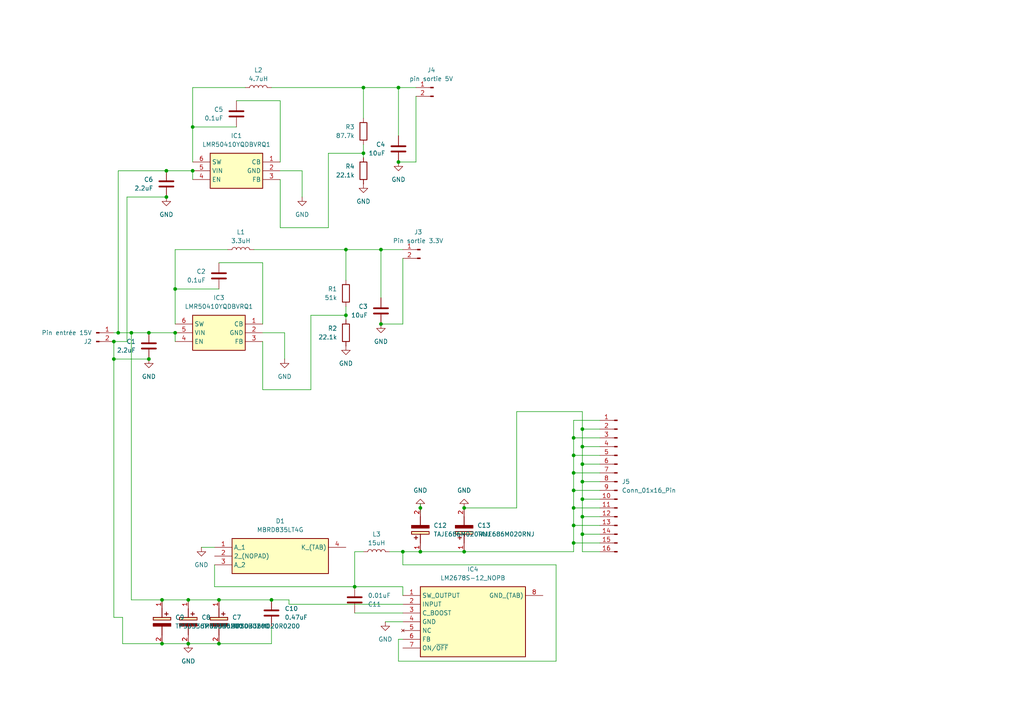
<source format=kicad_sch>
(kicad_sch
	(version 20231120)
	(generator "eeschema")
	(generator_version "8.0")
	(uuid "227c4948-9b5e-42be-82b5-2619f1ed7477")
	(paper "A4")
	(lib_symbols
		(symbol "Connector:Conn_01x02_Pin"
			(pin_names
				(offset 1.016) hide)
			(exclude_from_sim no)
			(in_bom yes)
			(on_board yes)
			(property "Reference" "J"
				(at 0 2.54 0)
				(effects
					(font
						(size 1.27 1.27)
					)
				)
			)
			(property "Value" "Conn_01x02_Pin"
				(at 0 -5.08 0)
				(effects
					(font
						(size 1.27 1.27)
					)
				)
			)
			(property "Footprint" ""
				(at 0 0 0)
				(effects
					(font
						(size 1.27 1.27)
					)
					(hide yes)
				)
			)
			(property "Datasheet" "~"
				(at 0 0 0)
				(effects
					(font
						(size 1.27 1.27)
					)
					(hide yes)
				)
			)
			(property "Description" "Generic connector, single row, 01x02, script generated"
				(at 0 0 0)
				(effects
					(font
						(size 1.27 1.27)
					)
					(hide yes)
				)
			)
			(property "ki_locked" ""
				(at 0 0 0)
				(effects
					(font
						(size 1.27 1.27)
					)
				)
			)
			(property "ki_keywords" "connector"
				(at 0 0 0)
				(effects
					(font
						(size 1.27 1.27)
					)
					(hide yes)
				)
			)
			(property "ki_fp_filters" "Connector*:*_1x??_*"
				(at 0 0 0)
				(effects
					(font
						(size 1.27 1.27)
					)
					(hide yes)
				)
			)
			(symbol "Conn_01x02_Pin_1_1"
				(polyline
					(pts
						(xy 1.27 -2.54) (xy 0.8636 -2.54)
					)
					(stroke
						(width 0.1524)
						(type default)
					)
					(fill
						(type none)
					)
				)
				(polyline
					(pts
						(xy 1.27 0) (xy 0.8636 0)
					)
					(stroke
						(width 0.1524)
						(type default)
					)
					(fill
						(type none)
					)
				)
				(rectangle
					(start 0.8636 -2.413)
					(end 0 -2.667)
					(stroke
						(width 0.1524)
						(type default)
					)
					(fill
						(type outline)
					)
				)
				(rectangle
					(start 0.8636 0.127)
					(end 0 -0.127)
					(stroke
						(width 0.1524)
						(type default)
					)
					(fill
						(type outline)
					)
				)
				(pin passive line
					(at 5.08 0 180)
					(length 3.81)
					(name "Pin_1"
						(effects
							(font
								(size 1.27 1.27)
							)
						)
					)
					(number "1"
						(effects
							(font
								(size 1.27 1.27)
							)
						)
					)
				)
				(pin passive line
					(at 5.08 -2.54 180)
					(length 3.81)
					(name "Pin_2"
						(effects
							(font
								(size 1.27 1.27)
							)
						)
					)
					(number "2"
						(effects
							(font
								(size 1.27 1.27)
							)
						)
					)
				)
			)
		)
		(symbol "Connector:Conn_01x16_Pin"
			(pin_names
				(offset 1.016) hide)
			(exclude_from_sim no)
			(in_bom yes)
			(on_board yes)
			(property "Reference" "J"
				(at 0 20.32 0)
				(effects
					(font
						(size 1.27 1.27)
					)
				)
			)
			(property "Value" "Conn_01x16_Pin"
				(at 0 -22.86 0)
				(effects
					(font
						(size 1.27 1.27)
					)
				)
			)
			(property "Footprint" ""
				(at 0 0 0)
				(effects
					(font
						(size 1.27 1.27)
					)
					(hide yes)
				)
			)
			(property "Datasheet" "~"
				(at 0 0 0)
				(effects
					(font
						(size 1.27 1.27)
					)
					(hide yes)
				)
			)
			(property "Description" "Generic connector, single row, 01x16, script generated"
				(at 0 0 0)
				(effects
					(font
						(size 1.27 1.27)
					)
					(hide yes)
				)
			)
			(property "ki_locked" ""
				(at 0 0 0)
				(effects
					(font
						(size 1.27 1.27)
					)
				)
			)
			(property "ki_keywords" "connector"
				(at 0 0 0)
				(effects
					(font
						(size 1.27 1.27)
					)
					(hide yes)
				)
			)
			(property "ki_fp_filters" "Connector*:*_1x??_*"
				(at 0 0 0)
				(effects
					(font
						(size 1.27 1.27)
					)
					(hide yes)
				)
			)
			(symbol "Conn_01x16_Pin_1_1"
				(polyline
					(pts
						(xy 1.27 -20.32) (xy 0.8636 -20.32)
					)
					(stroke
						(width 0.1524)
						(type default)
					)
					(fill
						(type none)
					)
				)
				(polyline
					(pts
						(xy 1.27 -17.78) (xy 0.8636 -17.78)
					)
					(stroke
						(width 0.1524)
						(type default)
					)
					(fill
						(type none)
					)
				)
				(polyline
					(pts
						(xy 1.27 -15.24) (xy 0.8636 -15.24)
					)
					(stroke
						(width 0.1524)
						(type default)
					)
					(fill
						(type none)
					)
				)
				(polyline
					(pts
						(xy 1.27 -12.7) (xy 0.8636 -12.7)
					)
					(stroke
						(width 0.1524)
						(type default)
					)
					(fill
						(type none)
					)
				)
				(polyline
					(pts
						(xy 1.27 -10.16) (xy 0.8636 -10.16)
					)
					(stroke
						(width 0.1524)
						(type default)
					)
					(fill
						(type none)
					)
				)
				(polyline
					(pts
						(xy 1.27 -7.62) (xy 0.8636 -7.62)
					)
					(stroke
						(width 0.1524)
						(type default)
					)
					(fill
						(type none)
					)
				)
				(polyline
					(pts
						(xy 1.27 -5.08) (xy 0.8636 -5.08)
					)
					(stroke
						(width 0.1524)
						(type default)
					)
					(fill
						(type none)
					)
				)
				(polyline
					(pts
						(xy 1.27 -2.54) (xy 0.8636 -2.54)
					)
					(stroke
						(width 0.1524)
						(type default)
					)
					(fill
						(type none)
					)
				)
				(polyline
					(pts
						(xy 1.27 0) (xy 0.8636 0)
					)
					(stroke
						(width 0.1524)
						(type default)
					)
					(fill
						(type none)
					)
				)
				(polyline
					(pts
						(xy 1.27 2.54) (xy 0.8636 2.54)
					)
					(stroke
						(width 0.1524)
						(type default)
					)
					(fill
						(type none)
					)
				)
				(polyline
					(pts
						(xy 1.27 5.08) (xy 0.8636 5.08)
					)
					(stroke
						(width 0.1524)
						(type default)
					)
					(fill
						(type none)
					)
				)
				(polyline
					(pts
						(xy 1.27 7.62) (xy 0.8636 7.62)
					)
					(stroke
						(width 0.1524)
						(type default)
					)
					(fill
						(type none)
					)
				)
				(polyline
					(pts
						(xy 1.27 10.16) (xy 0.8636 10.16)
					)
					(stroke
						(width 0.1524)
						(type default)
					)
					(fill
						(type none)
					)
				)
				(polyline
					(pts
						(xy 1.27 12.7) (xy 0.8636 12.7)
					)
					(stroke
						(width 0.1524)
						(type default)
					)
					(fill
						(type none)
					)
				)
				(polyline
					(pts
						(xy 1.27 15.24) (xy 0.8636 15.24)
					)
					(stroke
						(width 0.1524)
						(type default)
					)
					(fill
						(type none)
					)
				)
				(polyline
					(pts
						(xy 1.27 17.78) (xy 0.8636 17.78)
					)
					(stroke
						(width 0.1524)
						(type default)
					)
					(fill
						(type none)
					)
				)
				(rectangle
					(start 0.8636 -20.193)
					(end 0 -20.447)
					(stroke
						(width 0.1524)
						(type default)
					)
					(fill
						(type outline)
					)
				)
				(rectangle
					(start 0.8636 -17.653)
					(end 0 -17.907)
					(stroke
						(width 0.1524)
						(type default)
					)
					(fill
						(type outline)
					)
				)
				(rectangle
					(start 0.8636 -15.113)
					(end 0 -15.367)
					(stroke
						(width 0.1524)
						(type default)
					)
					(fill
						(type outline)
					)
				)
				(rectangle
					(start 0.8636 -12.573)
					(end 0 -12.827)
					(stroke
						(width 0.1524)
						(type default)
					)
					(fill
						(type outline)
					)
				)
				(rectangle
					(start 0.8636 -10.033)
					(end 0 -10.287)
					(stroke
						(width 0.1524)
						(type default)
					)
					(fill
						(type outline)
					)
				)
				(rectangle
					(start 0.8636 -7.493)
					(end 0 -7.747)
					(stroke
						(width 0.1524)
						(type default)
					)
					(fill
						(type outline)
					)
				)
				(rectangle
					(start 0.8636 -4.953)
					(end 0 -5.207)
					(stroke
						(width 0.1524)
						(type default)
					)
					(fill
						(type outline)
					)
				)
				(rectangle
					(start 0.8636 -2.413)
					(end 0 -2.667)
					(stroke
						(width 0.1524)
						(type default)
					)
					(fill
						(type outline)
					)
				)
				(rectangle
					(start 0.8636 0.127)
					(end 0 -0.127)
					(stroke
						(width 0.1524)
						(type default)
					)
					(fill
						(type outline)
					)
				)
				(rectangle
					(start 0.8636 2.667)
					(end 0 2.413)
					(stroke
						(width 0.1524)
						(type default)
					)
					(fill
						(type outline)
					)
				)
				(rectangle
					(start 0.8636 5.207)
					(end 0 4.953)
					(stroke
						(width 0.1524)
						(type default)
					)
					(fill
						(type outline)
					)
				)
				(rectangle
					(start 0.8636 7.747)
					(end 0 7.493)
					(stroke
						(width 0.1524)
						(type default)
					)
					(fill
						(type outline)
					)
				)
				(rectangle
					(start 0.8636 10.287)
					(end 0 10.033)
					(stroke
						(width 0.1524)
						(type default)
					)
					(fill
						(type outline)
					)
				)
				(rectangle
					(start 0.8636 12.827)
					(end 0 12.573)
					(stroke
						(width 0.1524)
						(type default)
					)
					(fill
						(type outline)
					)
				)
				(rectangle
					(start 0.8636 15.367)
					(end 0 15.113)
					(stroke
						(width 0.1524)
						(type default)
					)
					(fill
						(type outline)
					)
				)
				(rectangle
					(start 0.8636 17.907)
					(end 0 17.653)
					(stroke
						(width 0.1524)
						(type default)
					)
					(fill
						(type outline)
					)
				)
				(pin passive line
					(at 5.08 17.78 180)
					(length 3.81)
					(name "Pin_1"
						(effects
							(font
								(size 1.27 1.27)
							)
						)
					)
					(number "1"
						(effects
							(font
								(size 1.27 1.27)
							)
						)
					)
				)
				(pin passive line
					(at 5.08 -5.08 180)
					(length 3.81)
					(name "Pin_10"
						(effects
							(font
								(size 1.27 1.27)
							)
						)
					)
					(number "10"
						(effects
							(font
								(size 1.27 1.27)
							)
						)
					)
				)
				(pin passive line
					(at 5.08 -7.62 180)
					(length 3.81)
					(name "Pin_11"
						(effects
							(font
								(size 1.27 1.27)
							)
						)
					)
					(number "11"
						(effects
							(font
								(size 1.27 1.27)
							)
						)
					)
				)
				(pin passive line
					(at 5.08 -10.16 180)
					(length 3.81)
					(name "Pin_12"
						(effects
							(font
								(size 1.27 1.27)
							)
						)
					)
					(number "12"
						(effects
							(font
								(size 1.27 1.27)
							)
						)
					)
				)
				(pin passive line
					(at 5.08 -12.7 180)
					(length 3.81)
					(name "Pin_13"
						(effects
							(font
								(size 1.27 1.27)
							)
						)
					)
					(number "13"
						(effects
							(font
								(size 1.27 1.27)
							)
						)
					)
				)
				(pin passive line
					(at 5.08 -15.24 180)
					(length 3.81)
					(name "Pin_14"
						(effects
							(font
								(size 1.27 1.27)
							)
						)
					)
					(number "14"
						(effects
							(font
								(size 1.27 1.27)
							)
						)
					)
				)
				(pin passive line
					(at 5.08 -17.78 180)
					(length 3.81)
					(name "Pin_15"
						(effects
							(font
								(size 1.27 1.27)
							)
						)
					)
					(number "15"
						(effects
							(font
								(size 1.27 1.27)
							)
						)
					)
				)
				(pin passive line
					(at 5.08 -20.32 180)
					(length 3.81)
					(name "Pin_16"
						(effects
							(font
								(size 1.27 1.27)
							)
						)
					)
					(number "16"
						(effects
							(font
								(size 1.27 1.27)
							)
						)
					)
				)
				(pin passive line
					(at 5.08 15.24 180)
					(length 3.81)
					(name "Pin_2"
						(effects
							(font
								(size 1.27 1.27)
							)
						)
					)
					(number "2"
						(effects
							(font
								(size 1.27 1.27)
							)
						)
					)
				)
				(pin passive line
					(at 5.08 12.7 180)
					(length 3.81)
					(name "Pin_3"
						(effects
							(font
								(size 1.27 1.27)
							)
						)
					)
					(number "3"
						(effects
							(font
								(size 1.27 1.27)
							)
						)
					)
				)
				(pin passive line
					(at 5.08 10.16 180)
					(length 3.81)
					(name "Pin_4"
						(effects
							(font
								(size 1.27 1.27)
							)
						)
					)
					(number "4"
						(effects
							(font
								(size 1.27 1.27)
							)
						)
					)
				)
				(pin passive line
					(at 5.08 7.62 180)
					(length 3.81)
					(name "Pin_5"
						(effects
							(font
								(size 1.27 1.27)
							)
						)
					)
					(number "5"
						(effects
							(font
								(size 1.27 1.27)
							)
						)
					)
				)
				(pin passive line
					(at 5.08 5.08 180)
					(length 3.81)
					(name "Pin_6"
						(effects
							(font
								(size 1.27 1.27)
							)
						)
					)
					(number "6"
						(effects
							(font
								(size 1.27 1.27)
							)
						)
					)
				)
				(pin passive line
					(at 5.08 2.54 180)
					(length 3.81)
					(name "Pin_7"
						(effects
							(font
								(size 1.27 1.27)
							)
						)
					)
					(number "7"
						(effects
							(font
								(size 1.27 1.27)
							)
						)
					)
				)
				(pin passive line
					(at 5.08 0 180)
					(length 3.81)
					(name "Pin_8"
						(effects
							(font
								(size 1.27 1.27)
							)
						)
					)
					(number "8"
						(effects
							(font
								(size 1.27 1.27)
							)
						)
					)
				)
				(pin passive line
					(at 5.08 -2.54 180)
					(length 3.81)
					(name "Pin_9"
						(effects
							(font
								(size 1.27 1.27)
							)
						)
					)
					(number "9"
						(effects
							(font
								(size 1.27 1.27)
							)
						)
					)
				)
			)
		)
		(symbol "Device:C"
			(pin_numbers hide)
			(pin_names
				(offset 0.254)
			)
			(exclude_from_sim no)
			(in_bom yes)
			(on_board yes)
			(property "Reference" "C"
				(at 0.635 2.54 0)
				(effects
					(font
						(size 1.27 1.27)
					)
					(justify left)
				)
			)
			(property "Value" "C"
				(at 0.635 -2.54 0)
				(effects
					(font
						(size 1.27 1.27)
					)
					(justify left)
				)
			)
			(property "Footprint" ""
				(at 0.9652 -3.81 0)
				(effects
					(font
						(size 1.27 1.27)
					)
					(hide yes)
				)
			)
			(property "Datasheet" "~"
				(at 0 0 0)
				(effects
					(font
						(size 1.27 1.27)
					)
					(hide yes)
				)
			)
			(property "Description" "Unpolarized capacitor"
				(at 0 0 0)
				(effects
					(font
						(size 1.27 1.27)
					)
					(hide yes)
				)
			)
			(property "ki_keywords" "cap capacitor"
				(at 0 0 0)
				(effects
					(font
						(size 1.27 1.27)
					)
					(hide yes)
				)
			)
			(property "ki_fp_filters" "C_*"
				(at 0 0 0)
				(effects
					(font
						(size 1.27 1.27)
					)
					(hide yes)
				)
			)
			(symbol "C_0_1"
				(polyline
					(pts
						(xy -2.032 -0.762) (xy 2.032 -0.762)
					)
					(stroke
						(width 0.508)
						(type default)
					)
					(fill
						(type none)
					)
				)
				(polyline
					(pts
						(xy -2.032 0.762) (xy 2.032 0.762)
					)
					(stroke
						(width 0.508)
						(type default)
					)
					(fill
						(type none)
					)
				)
			)
			(symbol "C_1_1"
				(pin passive line
					(at 0 3.81 270)
					(length 2.794)
					(name "~"
						(effects
							(font
								(size 1.27 1.27)
							)
						)
					)
					(number "1"
						(effects
							(font
								(size 1.27 1.27)
							)
						)
					)
				)
				(pin passive line
					(at 0 -3.81 90)
					(length 2.794)
					(name "~"
						(effects
							(font
								(size 1.27 1.27)
							)
						)
					)
					(number "2"
						(effects
							(font
								(size 1.27 1.27)
							)
						)
					)
				)
			)
		)
		(symbol "Device:L"
			(pin_numbers hide)
			(pin_names
				(offset 1.016) hide)
			(exclude_from_sim no)
			(in_bom yes)
			(on_board yes)
			(property "Reference" "L"
				(at -1.27 0 90)
				(effects
					(font
						(size 1.27 1.27)
					)
				)
			)
			(property "Value" "L"
				(at 1.905 0 90)
				(effects
					(font
						(size 1.27 1.27)
					)
				)
			)
			(property "Footprint" ""
				(at 0 0 0)
				(effects
					(font
						(size 1.27 1.27)
					)
					(hide yes)
				)
			)
			(property "Datasheet" "~"
				(at 0 0 0)
				(effects
					(font
						(size 1.27 1.27)
					)
					(hide yes)
				)
			)
			(property "Description" "Inductor"
				(at 0 0 0)
				(effects
					(font
						(size 1.27 1.27)
					)
					(hide yes)
				)
			)
			(property "ki_keywords" "inductor choke coil reactor magnetic"
				(at 0 0 0)
				(effects
					(font
						(size 1.27 1.27)
					)
					(hide yes)
				)
			)
			(property "ki_fp_filters" "Choke_* *Coil* Inductor_* L_*"
				(at 0 0 0)
				(effects
					(font
						(size 1.27 1.27)
					)
					(hide yes)
				)
			)
			(symbol "L_0_1"
				(arc
					(start 0 -2.54)
					(mid 0.6323 -1.905)
					(end 0 -1.27)
					(stroke
						(width 0)
						(type default)
					)
					(fill
						(type none)
					)
				)
				(arc
					(start 0 -1.27)
					(mid 0.6323 -0.635)
					(end 0 0)
					(stroke
						(width 0)
						(type default)
					)
					(fill
						(type none)
					)
				)
				(arc
					(start 0 0)
					(mid 0.6323 0.635)
					(end 0 1.27)
					(stroke
						(width 0)
						(type default)
					)
					(fill
						(type none)
					)
				)
				(arc
					(start 0 1.27)
					(mid 0.6323 1.905)
					(end 0 2.54)
					(stroke
						(width 0)
						(type default)
					)
					(fill
						(type none)
					)
				)
			)
			(symbol "L_1_1"
				(pin passive line
					(at 0 3.81 270)
					(length 1.27)
					(name "1"
						(effects
							(font
								(size 1.27 1.27)
							)
						)
					)
					(number "1"
						(effects
							(font
								(size 1.27 1.27)
							)
						)
					)
				)
				(pin passive line
					(at 0 -3.81 90)
					(length 1.27)
					(name "2"
						(effects
							(font
								(size 1.27 1.27)
							)
						)
					)
					(number "2"
						(effects
							(font
								(size 1.27 1.27)
							)
						)
					)
				)
			)
		)
		(symbol "Device:R"
			(pin_numbers hide)
			(pin_names
				(offset 0)
			)
			(exclude_from_sim no)
			(in_bom yes)
			(on_board yes)
			(property "Reference" "R"
				(at 2.032 0 90)
				(effects
					(font
						(size 1.27 1.27)
					)
				)
			)
			(property "Value" "R"
				(at 0 0 90)
				(effects
					(font
						(size 1.27 1.27)
					)
				)
			)
			(property "Footprint" ""
				(at -1.778 0 90)
				(effects
					(font
						(size 1.27 1.27)
					)
					(hide yes)
				)
			)
			(property "Datasheet" "~"
				(at 0 0 0)
				(effects
					(font
						(size 1.27 1.27)
					)
					(hide yes)
				)
			)
			(property "Description" "Resistor"
				(at 0 0 0)
				(effects
					(font
						(size 1.27 1.27)
					)
					(hide yes)
				)
			)
			(property "ki_keywords" "R res resistor"
				(at 0 0 0)
				(effects
					(font
						(size 1.27 1.27)
					)
					(hide yes)
				)
			)
			(property "ki_fp_filters" "R_*"
				(at 0 0 0)
				(effects
					(font
						(size 1.27 1.27)
					)
					(hide yes)
				)
			)
			(symbol "R_0_1"
				(rectangle
					(start -1.016 -2.54)
					(end 1.016 2.54)
					(stroke
						(width 0.254)
						(type default)
					)
					(fill
						(type none)
					)
				)
			)
			(symbol "R_1_1"
				(pin passive line
					(at 0 3.81 270)
					(length 1.27)
					(name "~"
						(effects
							(font
								(size 1.27 1.27)
							)
						)
					)
					(number "1"
						(effects
							(font
								(size 1.27 1.27)
							)
						)
					)
				)
				(pin passive line
					(at 0 -3.81 90)
					(length 1.27)
					(name "~"
						(effects
							(font
								(size 1.27 1.27)
							)
						)
					)
					(number "2"
						(effects
							(font
								(size 1.27 1.27)
							)
						)
					)
				)
			)
		)
		(symbol "LM2678S-12_NOPB:LM2678S-12_NOPB"
			(exclude_from_sim no)
			(in_bom yes)
			(on_board yes)
			(property "Reference" "IC"
				(at 36.83 7.62 0)
				(effects
					(font
						(size 1.27 1.27)
					)
					(justify left top)
				)
			)
			(property "Value" "LM2678S-12_NOPB"
				(at 36.83 5.08 0)
				(effects
					(font
						(size 1.27 1.27)
					)
					(justify left top)
				)
			)
			(property "Footprint" "TO127P1435X464-8N"
				(at 36.83 -94.92 0)
				(effects
					(font
						(size 1.27 1.27)
					)
					(justify left top)
					(hide yes)
				)
			)
			(property "Datasheet" "https://datasheet.datasheetarchive.com/originals/distributors/Datasheets-SFU2/DSASFU100036529.pdf"
				(at 36.83 -194.92 0)
				(effects
					(font
						(size 1.27 1.27)
					)
					(justify left top)
					(hide yes)
				)
			)
			(property "Description" "SIMPLE SWITCHER 8V to 40V, 5A High Efficiency Step-Down DC/DC Switching Regulator"
				(at 0 0 0)
				(effects
					(font
						(size 1.27 1.27)
					)
					(hide yes)
				)
			)
			(property "Height" "4.64"
				(at 36.83 -394.92 0)
				(effects
					(font
						(size 1.27 1.27)
					)
					(justify left top)
					(hide yes)
				)
			)
			(property "Mouser Part Number" "926-LM2678S-12/NOPB"
				(at 36.83 -494.92 0)
				(effects
					(font
						(size 1.27 1.27)
					)
					(justify left top)
					(hide yes)
				)
			)
			(property "Mouser Price/Stock" "https://www.mouser.co.uk/ProductDetail/Texas-Instruments/LM2678S-12-NOPB?qs=X1J7HmVL2ZHS%2F9rk7gwB2A%3D%3D"
				(at 36.83 -594.92 0)
				(effects
					(font
						(size 1.27 1.27)
					)
					(justify left top)
					(hide yes)
				)
			)
			(property "Manufacturer_Name" "Texas Instruments"
				(at 36.83 -694.92 0)
				(effects
					(font
						(size 1.27 1.27)
					)
					(justify left top)
					(hide yes)
				)
			)
			(property "Manufacturer_Part_Number" "LM2678S-12/NOPB"
				(at 36.83 -794.92 0)
				(effects
					(font
						(size 1.27 1.27)
					)
					(justify left top)
					(hide yes)
				)
			)
			(symbol "LM2678S-12_NOPB_1_1"
				(rectangle
					(start 5.08 2.54)
					(end 35.56 -17.78)
					(stroke
						(width 0.254)
						(type default)
					)
					(fill
						(type background)
					)
				)
				(pin output line
					(at 0 0 0)
					(length 5.08)
					(name "SW_OUTPUT"
						(effects
							(font
								(size 1.27 1.27)
							)
						)
					)
					(number "1"
						(effects
							(font
								(size 1.27 1.27)
							)
						)
					)
				)
				(pin input line
					(at 0 -2.54 0)
					(length 5.08)
					(name "INPUT"
						(effects
							(font
								(size 1.27 1.27)
							)
						)
					)
					(number "2"
						(effects
							(font
								(size 1.27 1.27)
							)
						)
					)
				)
				(pin passive line
					(at 0 -5.08 0)
					(length 5.08)
					(name "C_BOOST"
						(effects
							(font
								(size 1.27 1.27)
							)
						)
					)
					(number "3"
						(effects
							(font
								(size 1.27 1.27)
							)
						)
					)
				)
				(pin power_in line
					(at 0 -7.62 0)
					(length 5.08)
					(name "GND"
						(effects
							(font
								(size 1.27 1.27)
							)
						)
					)
					(number "4"
						(effects
							(font
								(size 1.27 1.27)
							)
						)
					)
				)
				(pin no_connect line
					(at 0 -10.16 0)
					(length 5.08)
					(name "NC"
						(effects
							(font
								(size 1.27 1.27)
							)
						)
					)
					(number "5"
						(effects
							(font
								(size 1.27 1.27)
							)
						)
					)
				)
				(pin passive line
					(at 0 -12.7 0)
					(length 5.08)
					(name "FB"
						(effects
							(font
								(size 1.27 1.27)
							)
						)
					)
					(number "6"
						(effects
							(font
								(size 1.27 1.27)
							)
						)
					)
				)
				(pin passive line
					(at 0 -15.24 0)
					(length 5.08)
					(name "ON/~{OFF}"
						(effects
							(font
								(size 1.27 1.27)
							)
						)
					)
					(number "7"
						(effects
							(font
								(size 1.27 1.27)
							)
						)
					)
				)
				(pin power_in line
					(at 40.64 0 180)
					(length 5.08)
					(name "GND_(TAB)"
						(effects
							(font
								(size 1.27 1.27)
							)
						)
					)
					(number "8"
						(effects
							(font
								(size 1.27 1.27)
							)
						)
					)
				)
			)
		)
		(symbol "LMR50410YQDBVRQ1:LMR50410YQDBVRQ1"
			(exclude_from_sim no)
			(in_bom yes)
			(on_board yes)
			(property "Reference" "IC"
				(at 21.59 7.62 0)
				(effects
					(font
						(size 1.27 1.27)
					)
					(justify left top)
				)
			)
			(property "Value" "LMR50410YQDBVRQ1"
				(at 21.59 5.08 0)
				(effects
					(font
						(size 1.27 1.27)
					)
					(justify left top)
				)
			)
			(property "Footprint" "SOT95P280X145-6N"
				(at 21.59 -94.92 0)
				(effects
					(font
						(size 1.27 1.27)
					)
					(justify left top)
					(hide yes)
				)
			)
			(property "Datasheet" "https://www.ti.com/lit/ds/symlink/lmr50410-q1.pdf?ts=1599768400389&ref_url=https%253A%252F%252Fwww.ti.com%252Fstore%252Fti%252Fen%252Fp%252Fproduct%252F%253Fp%253DLMR50410YQDBVRQ1"
				(at 21.59 -194.92 0)
				(effects
					(font
						(size 1.27 1.27)
					)
					(justify left top)
					(hide yes)
				)
			)
			(property "Description" "Switching Voltage Regulators Automotive qualified SIMPLE SWITCHER 4-V to 36-V, 1-A synchronous step-down converter 6-SOT-23 -40 to 150"
				(at 0 0 0)
				(effects
					(font
						(size 1.27 1.27)
					)
					(hide yes)
				)
			)
			(property "Height" "1.45"
				(at 21.59 -394.92 0)
				(effects
					(font
						(size 1.27 1.27)
					)
					(justify left top)
					(hide yes)
				)
			)
			(property "Mouser Part Number" "595-LMR50410YQDBVRQ1"
				(at 21.59 -494.92 0)
				(effects
					(font
						(size 1.27 1.27)
					)
					(justify left top)
					(hide yes)
				)
			)
			(property "Mouser Price/Stock" "https://www.mouser.co.uk/ProductDetail/Texas-Instruments/LMR50410YQDBVRQ1?qs=bAKSY%2FctAC7Hv1DHEiqbKw%3D%3D"
				(at 21.59 -594.92 0)
				(effects
					(font
						(size 1.27 1.27)
					)
					(justify left top)
					(hide yes)
				)
			)
			(property "Manufacturer_Name" "Texas Instruments"
				(at 21.59 -694.92 0)
				(effects
					(font
						(size 1.27 1.27)
					)
					(justify left top)
					(hide yes)
				)
			)
			(property "Manufacturer_Part_Number" "LMR50410YQDBVRQ1"
				(at 21.59 -794.92 0)
				(effects
					(font
						(size 1.27 1.27)
					)
					(justify left top)
					(hide yes)
				)
			)
			(symbol "LMR50410YQDBVRQ1_1_1"
				(rectangle
					(start 5.08 2.54)
					(end 20.32 -7.62)
					(stroke
						(width 0.254)
						(type default)
					)
					(fill
						(type background)
					)
				)
				(pin passive line
					(at 0 0 0)
					(length 5.08)
					(name "CB"
						(effects
							(font
								(size 1.27 1.27)
							)
						)
					)
					(number "1"
						(effects
							(font
								(size 1.27 1.27)
							)
						)
					)
				)
				(pin passive line
					(at 0 -2.54 0)
					(length 5.08)
					(name "GND"
						(effects
							(font
								(size 1.27 1.27)
							)
						)
					)
					(number "2"
						(effects
							(font
								(size 1.27 1.27)
							)
						)
					)
				)
				(pin passive line
					(at 0 -5.08 0)
					(length 5.08)
					(name "FB"
						(effects
							(font
								(size 1.27 1.27)
							)
						)
					)
					(number "3"
						(effects
							(font
								(size 1.27 1.27)
							)
						)
					)
				)
				(pin passive line
					(at 25.4 -5.08 180)
					(length 5.08)
					(name "EN"
						(effects
							(font
								(size 1.27 1.27)
							)
						)
					)
					(number "4"
						(effects
							(font
								(size 1.27 1.27)
							)
						)
					)
				)
				(pin passive line
					(at 25.4 -2.54 180)
					(length 5.08)
					(name "VIN"
						(effects
							(font
								(size 1.27 1.27)
							)
						)
					)
					(number "5"
						(effects
							(font
								(size 1.27 1.27)
							)
						)
					)
				)
				(pin passive line
					(at 25.4 0 180)
					(length 5.08)
					(name "SW"
						(effects
							(font
								(size 1.27 1.27)
							)
						)
					)
					(number "6"
						(effects
							(font
								(size 1.27 1.27)
							)
						)
					)
				)
			)
		)
		(symbol "MBRD835LT4G:MBRD835LT4G"
			(exclude_from_sim no)
			(in_bom yes)
			(on_board yes)
			(property "Reference" "D"
				(at 34.29 7.62 0)
				(effects
					(font
						(size 1.27 1.27)
					)
					(justify left top)
				)
			)
			(property "Value" "MBRD835LT4G"
				(at 34.29 5.08 0)
				(effects
					(font
						(size 1.27 1.27)
					)
					(justify left top)
				)
			)
			(property "Footprint" "TO229P990X238-4N"
				(at 34.29 -94.92 0)
				(effects
					(font
						(size 1.27 1.27)
					)
					(justify left top)
					(hide yes)
				)
			)
			(property "Datasheet" "http://www.onsemi.com/pub/Collateral/MBRD835L-D.PDF"
				(at 34.29 -194.92 0)
				(effects
					(font
						(size 1.27 1.27)
					)
					(justify left top)
					(hide yes)
				)
			)
			(property "Description" ""
				(at 0 0 0)
				(effects
					(font
						(size 1.27 1.27)
					)
					(hide yes)
				)
			)
			(property "Height" "2.38"
				(at 34.29 -394.92 0)
				(effects
					(font
						(size 1.27 1.27)
					)
					(justify left top)
					(hide yes)
				)
			)
			(property "Mouser Part Number" "863-MBRD835LT4G"
				(at 34.29 -494.92 0)
				(effects
					(font
						(size 1.27 1.27)
					)
					(justify left top)
					(hide yes)
				)
			)
			(property "Mouser Price/Stock" "https://www.mouser.co.uk/ProductDetail/onsemi/MBRD835LT4G?qs=3JMERSakebpXY8HwDVyLnQ%3D%3D"
				(at 34.29 -594.92 0)
				(effects
					(font
						(size 1.27 1.27)
					)
					(justify left top)
					(hide yes)
				)
			)
			(property "Manufacturer_Name" "onsemi"
				(at 34.29 -694.92 0)
				(effects
					(font
						(size 1.27 1.27)
					)
					(justify left top)
					(hide yes)
				)
			)
			(property "Manufacturer_Part_Number" "MBRD835LT4G"
				(at 34.29 -794.92 0)
				(effects
					(font
						(size 1.27 1.27)
					)
					(justify left top)
					(hide yes)
				)
			)
			(symbol "MBRD835LT4G_1_1"
				(rectangle
					(start 5.08 2.54)
					(end 33.02 -7.62)
					(stroke
						(width 0.254)
						(type default)
					)
					(fill
						(type background)
					)
				)
				(pin passive line
					(at 0 0 0)
					(length 5.08)
					(name "A_1"
						(effects
							(font
								(size 1.27 1.27)
							)
						)
					)
					(number "1"
						(effects
							(font
								(size 1.27 1.27)
							)
						)
					)
				)
				(pin passive line
					(at 0 -2.54 0)
					(length 5.08)
					(name "2_(NOPAD)"
						(effects
							(font
								(size 1.27 1.27)
							)
						)
					)
					(number "2"
						(effects
							(font
								(size 1.27 1.27)
							)
						)
					)
				)
				(pin passive line
					(at 0 -5.08 0)
					(length 5.08)
					(name "A_2"
						(effects
							(font
								(size 1.27 1.27)
							)
						)
					)
					(number "3"
						(effects
							(font
								(size 1.27 1.27)
							)
						)
					)
				)
				(pin passive line
					(at 38.1 0 180)
					(length 5.08)
					(name "K_(TAB)"
						(effects
							(font
								(size 1.27 1.27)
							)
						)
					)
					(number "4"
						(effects
							(font
								(size 1.27 1.27)
							)
						)
					)
				)
			)
		)
		(symbol "TAJE686M020RNJ:TAJE686M020RNJ"
			(pin_names hide)
			(exclude_from_sim no)
			(in_bom yes)
			(on_board yes)
			(property "Reference" "C"
				(at 8.89 6.35 0)
				(effects
					(font
						(size 1.27 1.27)
					)
					(justify left top)
				)
			)
			(property "Value" "TAJE686M020RNJ"
				(at 8.89 3.81 0)
				(effects
					(font
						(size 1.27 1.27)
					)
					(justify left top)
				)
			)
			(property "Footprint" "CAPPM7344X430N"
				(at 8.89 -96.19 0)
				(effects
					(font
						(size 1.27 1.27)
					)
					(justify left top)
					(hide yes)
				)
			)
			(property "Datasheet" "http://datasheets.avx.com/TAJ.pdf"
				(at 8.89 -196.19 0)
				(effects
					(font
						(size 1.27 1.27)
					)
					(justify left top)
					(hide yes)
				)
			)
			(property "Description" "Tantalum Capacitors - Solid SMD 20V 68uF 20%"
				(at 0 0 0)
				(effects
					(font
						(size 1.27 1.27)
					)
					(hide yes)
				)
			)
			(property "Height" "4.3"
				(at 8.89 -396.19 0)
				(effects
					(font
						(size 1.27 1.27)
					)
					(justify left top)
					(hide yes)
				)
			)
			(property "Mouser Part Number" "581-TAJE686M020"
				(at 8.89 -496.19 0)
				(effects
					(font
						(size 1.27 1.27)
					)
					(justify left top)
					(hide yes)
				)
			)
			(property "Mouser Price/Stock" "https://www.mouser.co.uk/ProductDetail/KYOCERA-AVX/TAJE686M020RNJ?qs=fdqkYiOtZpfMospMtRjEMA%3D%3D"
				(at 8.89 -596.19 0)
				(effects
					(font
						(size 1.27 1.27)
					)
					(justify left top)
					(hide yes)
				)
			)
			(property "Manufacturer_Name" "Kyocera AVX"
				(at 8.89 -696.19 0)
				(effects
					(font
						(size 1.27 1.27)
					)
					(justify left top)
					(hide yes)
				)
			)
			(property "Manufacturer_Part_Number" "TAJE686M020RNJ"
				(at 8.89 -796.19 0)
				(effects
					(font
						(size 1.27 1.27)
					)
					(justify left top)
					(hide yes)
				)
			)
			(symbol "TAJE686M020RNJ_1_1"
				(polyline
					(pts
						(xy 2.54 0) (xy 5.08 0)
					)
					(stroke
						(width 0.254)
						(type default)
					)
					(fill
						(type none)
					)
				)
				(polyline
					(pts
						(xy 4.064 1.778) (xy 4.064 0.762)
					)
					(stroke
						(width 0.254)
						(type default)
					)
					(fill
						(type none)
					)
				)
				(polyline
					(pts
						(xy 4.572 1.27) (xy 3.556 1.27)
					)
					(stroke
						(width 0.254)
						(type default)
					)
					(fill
						(type none)
					)
				)
				(polyline
					(pts
						(xy 7.62 0) (xy 10.16 0)
					)
					(stroke
						(width 0.254)
						(type default)
					)
					(fill
						(type none)
					)
				)
				(polyline
					(pts
						(xy 7.62 2.54) (xy 7.62 -2.54) (xy 6.858 -2.54) (xy 6.858 2.54) (xy 7.62 2.54)
					)
					(stroke
						(width 0.254)
						(type default)
					)
					(fill
						(type outline)
					)
				)
				(rectangle
					(start 5.08 2.54)
					(end 5.842 -2.54)
					(stroke
						(width 0.254)
						(type default)
					)
					(fill
						(type background)
					)
				)
				(pin passive line
					(at 0 0 0)
					(length 2.54)
					(name "+"
						(effects
							(font
								(size 1.27 1.27)
							)
						)
					)
					(number "1"
						(effects
							(font
								(size 1.27 1.27)
							)
						)
					)
				)
				(pin passive line
					(at 12.7 0 180)
					(length 2.54)
					(name "-"
						(effects
							(font
								(size 1.27 1.27)
							)
						)
					)
					(number "2"
						(effects
							(font
								(size 1.27 1.27)
							)
						)
					)
				)
			)
		)
		(symbol "TPSD336M020R0200:TPSD336M020R0200"
			(pin_names hide)
			(exclude_from_sim no)
			(in_bom yes)
			(on_board yes)
			(property "Reference" "C"
				(at 8.89 6.35 0)
				(effects
					(font
						(size 1.27 1.27)
					)
					(justify left top)
				)
			)
			(property "Value" "TPSD336M020R0200"
				(at 8.89 3.81 0)
				(effects
					(font
						(size 1.27 1.27)
					)
					(justify left top)
				)
			)
			(property "Footprint" "CAPPM7344X310N"
				(at 8.89 -96.19 0)
				(effects
					(font
						(size 1.27 1.27)
					)
					(justify left top)
					(hide yes)
				)
			)
			(property "Datasheet" ""
				(at 8.89 -196.19 0)
				(effects
					(font
						(size 1.27 1.27)
					)
					(justify left top)
					(hide yes)
				)
			)
			(property "Description" "AVX 33uF Solid Electrolytic Electrolytic Capacitor, 20 V dc +/-20%, TPS Series"
				(at 0 0 0)
				(effects
					(font
						(size 1.27 1.27)
					)
					(hide yes)
				)
			)
			(property "Height" "3.1"
				(at 8.89 -396.19 0)
				(effects
					(font
						(size 1.27 1.27)
					)
					(justify left top)
					(hide yes)
				)
			)
			(property "Mouser Part Number" ""
				(at 8.89 -496.19 0)
				(effects
					(font
						(size 1.27 1.27)
					)
					(justify left top)
					(hide yes)
				)
			)
			(property "Mouser Price/Stock" ""
				(at 8.89 -596.19 0)
				(effects
					(font
						(size 1.27 1.27)
					)
					(justify left top)
					(hide yes)
				)
			)
			(property "Manufacturer_Name" "Kyocera AVX"
				(at 8.89 -696.19 0)
				(effects
					(font
						(size 1.27 1.27)
					)
					(justify left top)
					(hide yes)
				)
			)
			(property "Manufacturer_Part_Number" "TPSD336M020R0200"
				(at 8.89 -796.19 0)
				(effects
					(font
						(size 1.27 1.27)
					)
					(justify left top)
					(hide yes)
				)
			)
			(symbol "TPSD336M020R0200_1_1"
				(polyline
					(pts
						(xy 2.54 0) (xy 5.08 0)
					)
					(stroke
						(width 0.254)
						(type default)
					)
					(fill
						(type none)
					)
				)
				(polyline
					(pts
						(xy 4.064 1.778) (xy 4.064 0.762)
					)
					(stroke
						(width 0.254)
						(type default)
					)
					(fill
						(type none)
					)
				)
				(polyline
					(pts
						(xy 4.572 1.27) (xy 3.556 1.27)
					)
					(stroke
						(width 0.254)
						(type default)
					)
					(fill
						(type none)
					)
				)
				(polyline
					(pts
						(xy 7.62 0) (xy 10.16 0)
					)
					(stroke
						(width 0.254)
						(type default)
					)
					(fill
						(type none)
					)
				)
				(polyline
					(pts
						(xy 7.62 2.54) (xy 7.62 -2.54) (xy 6.858 -2.54) (xy 6.858 2.54) (xy 7.62 2.54)
					)
					(stroke
						(width 0.254)
						(type default)
					)
					(fill
						(type outline)
					)
				)
				(rectangle
					(start 5.08 2.54)
					(end 5.842 -2.54)
					(stroke
						(width 0.254)
						(type default)
					)
					(fill
						(type background)
					)
				)
				(pin passive line
					(at 0 0 0)
					(length 2.54)
					(name "+"
						(effects
							(font
								(size 1.27 1.27)
							)
						)
					)
					(number "1"
						(effects
							(font
								(size 1.27 1.27)
							)
						)
					)
				)
				(pin passive line
					(at 12.7 0 180)
					(length 2.54)
					(name "-"
						(effects
							(font
								(size 1.27 1.27)
							)
						)
					)
					(number "2"
						(effects
							(font
								(size 1.27 1.27)
							)
						)
					)
				)
			)
		)
		(symbol "power:GND"
			(power)
			(pin_numbers hide)
			(pin_names
				(offset 0) hide)
			(exclude_from_sim no)
			(in_bom yes)
			(on_board yes)
			(property "Reference" "#PWR"
				(at 0 -6.35 0)
				(effects
					(font
						(size 1.27 1.27)
					)
					(hide yes)
				)
			)
			(property "Value" "GND"
				(at 0 -3.81 0)
				(effects
					(font
						(size 1.27 1.27)
					)
				)
			)
			(property "Footprint" ""
				(at 0 0 0)
				(effects
					(font
						(size 1.27 1.27)
					)
					(hide yes)
				)
			)
			(property "Datasheet" ""
				(at 0 0 0)
				(effects
					(font
						(size 1.27 1.27)
					)
					(hide yes)
				)
			)
			(property "Description" "Power symbol creates a global label with name \"GND\" , ground"
				(at 0 0 0)
				(effects
					(font
						(size 1.27 1.27)
					)
					(hide yes)
				)
			)
			(property "ki_keywords" "global power"
				(at 0 0 0)
				(effects
					(font
						(size 1.27 1.27)
					)
					(hide yes)
				)
			)
			(symbol "GND_0_1"
				(polyline
					(pts
						(xy 0 0) (xy 0 -1.27) (xy 1.27 -1.27) (xy 0 -2.54) (xy -1.27 -1.27) (xy 0 -1.27)
					)
					(stroke
						(width 0)
						(type default)
					)
					(fill
						(type none)
					)
				)
			)
			(symbol "GND_1_1"
				(pin power_in line
					(at 0 0 270)
					(length 0)
					(name "~"
						(effects
							(font
								(size 1.27 1.27)
							)
						)
					)
					(number "1"
						(effects
							(font
								(size 1.27 1.27)
							)
						)
					)
				)
			)
		)
	)
	(junction
		(at 166.37 157.48)
		(diameter 0)
		(color 0 0 0 0)
		(uuid "02f787e1-6d59-440c-85b2-6f4e63fc6fca")
	)
	(junction
		(at 100.33 91.44)
		(diameter 0)
		(color 0 0 0 0)
		(uuid "04d2ed2b-c08a-4b6e-bda3-2344486eae98")
	)
	(junction
		(at 121.92 147.32)
		(diameter 0)
		(color 0 0 0 0)
		(uuid "0931eac6-304d-499d-b7dd-f2a90d9b9f8a")
	)
	(junction
		(at 48.26 49.53)
		(diameter 0)
		(color 0 0 0 0)
		(uuid "0f6a1682-7e5f-4cb9-b695-6e6047ba6565")
	)
	(junction
		(at 33.02 99.06)
		(diameter 0)
		(color 0 0 0 0)
		(uuid "12095ea4-f191-49c6-9b48-01068deb3a10")
	)
	(junction
		(at 168.91 129.54)
		(diameter 0)
		(color 0 0 0 0)
		(uuid "181fabc7-fde6-45ac-95ca-e7ef576450a0")
	)
	(junction
		(at 105.41 44.45)
		(diameter 0)
		(color 0 0 0 0)
		(uuid "1fab5cf1-32a6-4e1e-ab07-79c0325ff75d")
	)
	(junction
		(at 55.88 36.83)
		(diameter 0)
		(color 0 0 0 0)
		(uuid "269b914d-5081-4b55-9708-dd2cbdaad118")
	)
	(junction
		(at 46.99 173.99)
		(diameter 0)
		(color 0 0 0 0)
		(uuid "28801340-fb60-4415-8cb4-fd5ecd95cc4f")
	)
	(junction
		(at 134.62 147.32)
		(diameter 0)
		(color 0 0 0 0)
		(uuid "2d415ee4-f8ff-4838-a223-09dbd866fd2c")
	)
	(junction
		(at 166.37 127)
		(diameter 0)
		(color 0 0 0 0)
		(uuid "2db4a4c2-9e97-48df-99f5-ef3e1c4c1837")
	)
	(junction
		(at 100.33 72.39)
		(diameter 0)
		(color 0 0 0 0)
		(uuid "4092c1b2-54f1-4e60-bf1e-22dc2522f558")
	)
	(junction
		(at 33.02 104.14)
		(diameter 0)
		(color 0 0 0 0)
		(uuid "43cfba4c-68ab-40b6-a149-38fe5f85a0c6")
	)
	(junction
		(at 102.87 170.18)
		(diameter 0)
		(color 0 0 0 0)
		(uuid "517100eb-53ae-489e-b8c8-8d8d9a6f034e")
	)
	(junction
		(at 55.88 49.53)
		(diameter 0)
		(color 0 0 0 0)
		(uuid "517edffb-75eb-40f7-b657-11f2388919e2")
	)
	(junction
		(at 115.57 46.99)
		(diameter 0)
		(color 0 0 0 0)
		(uuid "5468edbc-9adf-4f85-9c5a-45755f2e2141")
	)
	(junction
		(at 168.91 144.78)
		(diameter 0)
		(color 0 0 0 0)
		(uuid "5569e85c-3189-44e1-9ee2-7ce9374f639b")
	)
	(junction
		(at 121.92 160.02)
		(diameter 0)
		(color 0 0 0 0)
		(uuid "56b114c6-677c-4e1c-8eba-34df35bb1005")
	)
	(junction
		(at 168.91 134.62)
		(diameter 0)
		(color 0 0 0 0)
		(uuid "59a86b63-cc0c-4633-8bd4-4e6eff4ee6aa")
	)
	(junction
		(at 54.61 186.69)
		(diameter 0)
		(color 0 0 0 0)
		(uuid "59ea9126-b5de-4857-8212-04497b691610")
	)
	(junction
		(at 63.5 173.99)
		(diameter 0)
		(color 0 0 0 0)
		(uuid "5ededaa9-3440-4ae4-ba3d-ac3b9008a106")
	)
	(junction
		(at 110.49 93.98)
		(diameter 0)
		(color 0 0 0 0)
		(uuid "64e40eba-f21e-4478-8cde-8e632dbff72e")
	)
	(junction
		(at 43.18 96.52)
		(diameter 0)
		(color 0 0 0 0)
		(uuid "65a9d92d-64a9-4342-9f47-7db623ab5fa0")
	)
	(junction
		(at 34.29 96.52)
		(diameter 0)
		(color 0 0 0 0)
		(uuid "65e9abb9-a493-4a0d-af2c-728f738c1423")
	)
	(junction
		(at 168.91 149.86)
		(diameter 0)
		(color 0 0 0 0)
		(uuid "684a6487-fd99-4998-87a3-f81f456f2d75")
	)
	(junction
		(at 168.91 139.7)
		(diameter 0)
		(color 0 0 0 0)
		(uuid "6ff5322d-930f-423d-acc5-a2aee8e8e270")
	)
	(junction
		(at 134.62 160.02)
		(diameter 0)
		(color 0 0 0 0)
		(uuid "7f284d0a-319a-425c-9ee5-cdd313e35e5a")
	)
	(junction
		(at 46.99 186.69)
		(diameter 0)
		(color 0 0 0 0)
		(uuid "84e5caab-45b4-4e6c-afee-5edde408df92")
	)
	(junction
		(at 63.5 186.69)
		(diameter 0)
		(color 0 0 0 0)
		(uuid "8f4a0dd3-0d83-4768-bc25-99d9958e1a8f")
	)
	(junction
		(at 48.26 57.15)
		(diameter 0)
		(color 0 0 0 0)
		(uuid "9304332d-9261-46c5-9806-d6eb6e2365ac")
	)
	(junction
		(at 54.61 173.99)
		(diameter 0)
		(color 0 0 0 0)
		(uuid "95794963-b9de-4b75-8b49-6adaf66c787f")
	)
	(junction
		(at 166.37 137.16)
		(diameter 0)
		(color 0 0 0 0)
		(uuid "964639e5-309d-40aa-be81-5096b63ae375")
	)
	(junction
		(at 105.41 25.4)
		(diameter 0)
		(color 0 0 0 0)
		(uuid "96e3a129-b3e4-4376-ac58-91b0e29a460d")
	)
	(junction
		(at 50.8 83.82)
		(diameter 0)
		(color 0 0 0 0)
		(uuid "a86a049a-1ca0-4ee6-88ad-923525d648fd")
	)
	(junction
		(at 168.91 124.46)
		(diameter 0)
		(color 0 0 0 0)
		(uuid "a8742f14-e75b-426f-860b-b228ff585f33")
	)
	(junction
		(at 168.91 154.94)
		(diameter 0)
		(color 0 0 0 0)
		(uuid "aeb10cb3-8b77-4bd3-ab0e-57141229d3b3")
	)
	(junction
		(at 116.84 160.02)
		(diameter 0)
		(color 0 0 0 0)
		(uuid "bb706909-8c0e-4c10-a439-606dab7f7f17")
	)
	(junction
		(at 166.37 147.32)
		(diameter 0)
		(color 0 0 0 0)
		(uuid "c6b227b3-abdd-46ac-b5ac-abfdfed57451")
	)
	(junction
		(at 110.49 72.39)
		(diameter 0)
		(color 0 0 0 0)
		(uuid "c809e334-d8f5-43b3-bb51-6b283d4025a1")
	)
	(junction
		(at 38.1 96.52)
		(diameter 0)
		(color 0 0 0 0)
		(uuid "cc7e251f-1167-485d-9c84-30de13ef3159")
	)
	(junction
		(at 166.37 132.08)
		(diameter 0)
		(color 0 0 0 0)
		(uuid "cf632ef7-97c9-420e-a943-8837234bc93f")
	)
	(junction
		(at 166.37 152.4)
		(diameter 0)
		(color 0 0 0 0)
		(uuid "d8259989-c032-4a50-bdc4-7595fad26897")
	)
	(junction
		(at 166.37 142.24)
		(diameter 0)
		(color 0 0 0 0)
		(uuid "e0b7feb5-215f-473a-a1d5-42ec635a4719")
	)
	(junction
		(at 50.8 96.52)
		(diameter 0)
		(color 0 0 0 0)
		(uuid "e79a7c8b-7544-4939-9b11-9cf0174c7f1e")
	)
	(junction
		(at 43.18 104.14)
		(diameter 0)
		(color 0 0 0 0)
		(uuid "ecc940ac-4474-45a7-aa2b-e53a272e9cbb")
	)
	(junction
		(at 115.57 25.4)
		(diameter 0)
		(color 0 0 0 0)
		(uuid "f1edf8f2-f006-4180-8bf5-8bc3e68a20ef")
	)
	(junction
		(at 78.74 173.99)
		(diameter 0)
		(color 0 0 0 0)
		(uuid "f38ef6e3-8dbc-4482-b61f-4a664e1a465f")
	)
	(wire
		(pts
			(xy 100.33 72.39) (xy 73.66 72.39)
		)
		(stroke
			(width 0)
			(type default)
		)
		(uuid "02efca0a-3543-4f38-a663-4fafea6680f1")
	)
	(wire
		(pts
			(xy 54.61 186.69) (xy 63.5 186.69)
		)
		(stroke
			(width 0)
			(type default)
		)
		(uuid "030f857c-8c74-4f5a-9653-9c305f89bc87")
	)
	(wire
		(pts
			(xy 116.84 160.02) (xy 113.03 160.02)
		)
		(stroke
			(width 0)
			(type default)
		)
		(uuid "049c61a2-1f2d-4ac7-9f91-6f9b7ca7cb5b")
	)
	(wire
		(pts
			(xy 115.57 25.4) (xy 105.41 25.4)
		)
		(stroke
			(width 0)
			(type default)
		)
		(uuid "04bdb03f-937a-4598-b2aa-85527f877792")
	)
	(wire
		(pts
			(xy 166.37 147.32) (xy 166.37 152.4)
		)
		(stroke
			(width 0)
			(type default)
		)
		(uuid "0620d99f-08b5-4423-8ba3-2413e8a76cf6")
	)
	(wire
		(pts
			(xy 55.88 25.4) (xy 71.12 25.4)
		)
		(stroke
			(width 0)
			(type default)
		)
		(uuid "094c0dbd-2325-4d53-b866-88d9a27e03e1")
	)
	(wire
		(pts
			(xy 68.58 36.83) (xy 55.88 36.83)
		)
		(stroke
			(width 0)
			(type default)
		)
		(uuid "098c15a6-634c-42a7-ae90-63cd1b33d3a1")
	)
	(wire
		(pts
			(xy 38.1 96.52) (xy 34.29 96.52)
		)
		(stroke
			(width 0)
			(type default)
		)
		(uuid "0a8ec7b6-4ef3-4e99-8ca8-956d78a016e4")
	)
	(wire
		(pts
			(xy 168.91 139.7) (xy 168.91 134.62)
		)
		(stroke
			(width 0)
			(type default)
		)
		(uuid "108011a6-e5a7-4814-a3a0-6c5f6389f792")
	)
	(wire
		(pts
			(xy 55.88 49.53) (xy 55.88 52.07)
		)
		(stroke
			(width 0)
			(type default)
		)
		(uuid "11b21a1a-9572-4dbd-b1da-29a0fab6f4f1")
	)
	(wire
		(pts
			(xy 120.65 46.99) (xy 115.57 46.99)
		)
		(stroke
			(width 0)
			(type default)
		)
		(uuid "12144d11-784d-4030-b0f1-39c211c45749")
	)
	(wire
		(pts
			(xy 105.41 44.45) (xy 105.41 45.72)
		)
		(stroke
			(width 0)
			(type default)
		)
		(uuid "1299da1b-24e4-4fef-a68d-3247a27c3d06")
	)
	(wire
		(pts
			(xy 166.37 160.02) (xy 166.37 157.48)
		)
		(stroke
			(width 0)
			(type default)
		)
		(uuid "131136d9-6263-427e-ba79-baeb925912cf")
	)
	(wire
		(pts
			(xy 43.18 96.52) (xy 38.1 96.52)
		)
		(stroke
			(width 0)
			(type default)
		)
		(uuid "142611f8-ca0f-43d4-8662-4854cc28607e")
	)
	(wire
		(pts
			(xy 50.8 72.39) (xy 66.04 72.39)
		)
		(stroke
			(width 0)
			(type default)
		)
		(uuid "15d7376d-5f0e-4909-90a1-dc632536fe5f")
	)
	(wire
		(pts
			(xy 105.41 44.45) (xy 95.25 44.45)
		)
		(stroke
			(width 0)
			(type default)
		)
		(uuid "17b5b339-9dc6-4897-994f-41c768261c2a")
	)
	(wire
		(pts
			(xy 105.41 41.91) (xy 105.41 44.45)
		)
		(stroke
			(width 0)
			(type default)
		)
		(uuid "17e1ac82-3b35-47e7-bb97-8d14fd40eb2f")
	)
	(wire
		(pts
			(xy 95.25 44.45) (xy 95.25 66.04)
		)
		(stroke
			(width 0)
			(type default)
		)
		(uuid "1aee42e9-f4ad-43e3-8357-8c178562b656")
	)
	(wire
		(pts
			(xy 50.8 83.82) (xy 50.8 72.39)
		)
		(stroke
			(width 0)
			(type default)
		)
		(uuid "1f61b947-06f9-4417-bd68-271c6d9183fb")
	)
	(wire
		(pts
			(xy 166.37 132.08) (xy 166.37 137.16)
		)
		(stroke
			(width 0)
			(type default)
		)
		(uuid "1ff5448a-8f79-4519-855f-b309858e1b09")
	)
	(wire
		(pts
			(xy 58.42 158.75) (xy 62.23 158.75)
		)
		(stroke
			(width 0)
			(type default)
		)
		(uuid "23a03804-f2f7-4f18-8d02-56b67c041b9f")
	)
	(wire
		(pts
			(xy 168.91 119.38) (xy 168.91 124.46)
		)
		(stroke
			(width 0)
			(type default)
		)
		(uuid "2472fcdf-5e2f-4404-afaf-39cfddb3642a")
	)
	(wire
		(pts
			(xy 116.84 185.42) (xy 115.57 185.42)
		)
		(stroke
			(width 0)
			(type default)
		)
		(uuid "28c7cc87-8be4-498a-bba7-f0afa9419e0a")
	)
	(wire
		(pts
			(xy 102.87 177.8) (xy 116.84 177.8)
		)
		(stroke
			(width 0)
			(type default)
		)
		(uuid "29917873-0bad-4ce9-82b3-5d358fc425b2")
	)
	(wire
		(pts
			(xy 33.02 104.14) (xy 43.18 104.14)
		)
		(stroke
			(width 0)
			(type default)
		)
		(uuid "2b8132ba-3f9e-4a2f-92d2-e5bcf56df2c9")
	)
	(wire
		(pts
			(xy 81.28 49.53) (xy 87.63 49.53)
		)
		(stroke
			(width 0)
			(type default)
		)
		(uuid "2cba935f-edf1-40ee-821d-dc646d9fea89")
	)
	(wire
		(pts
			(xy 168.91 160.02) (xy 168.91 154.94)
		)
		(stroke
			(width 0)
			(type default)
		)
		(uuid "2cbe6350-001d-41ec-a2f6-a4a8318a4388")
	)
	(wire
		(pts
			(xy 134.62 160.02) (xy 166.37 160.02)
		)
		(stroke
			(width 0)
			(type default)
		)
		(uuid "2dd5cc64-af65-44a3-b379-564973814f8f")
	)
	(wire
		(pts
			(xy 55.88 49.53) (xy 48.26 49.53)
		)
		(stroke
			(width 0)
			(type default)
		)
		(uuid "2eeb65ae-72f0-42e2-b745-47fdb8e1ca71")
	)
	(wire
		(pts
			(xy 149.86 147.32) (xy 149.86 119.38)
		)
		(stroke
			(width 0)
			(type default)
		)
		(uuid "302131d8-a06f-41f1-bb06-70f303996d99")
	)
	(wire
		(pts
			(xy 63.5 186.69) (xy 78.74 186.69)
		)
		(stroke
			(width 0)
			(type default)
		)
		(uuid "305174b3-3c72-4fb5-a1b6-c03050067cb0")
	)
	(wire
		(pts
			(xy 173.99 139.7) (xy 168.91 139.7)
		)
		(stroke
			(width 0)
			(type default)
		)
		(uuid "312487dc-8cc7-4d28-8668-c0c350888eca")
	)
	(wire
		(pts
			(xy 62.23 170.18) (xy 62.23 163.83)
		)
		(stroke
			(width 0)
			(type default)
		)
		(uuid "334a623b-e8dd-40fa-bb7b-69196bb3feed")
	)
	(wire
		(pts
			(xy 55.88 36.83) (xy 55.88 25.4)
		)
		(stroke
			(width 0)
			(type default)
		)
		(uuid "37195556-00df-49b1-815c-81bde9dfac3b")
	)
	(wire
		(pts
			(xy 166.37 157.48) (xy 173.99 157.48)
		)
		(stroke
			(width 0)
			(type default)
		)
		(uuid "394b644f-76f2-4443-bf1d-a38264b6b9f7")
	)
	(wire
		(pts
			(xy 121.92 146.05) (xy 121.92 147.32)
		)
		(stroke
			(width 0)
			(type default)
		)
		(uuid "4055c4a9-c529-4e1b-98b9-91b449683932")
	)
	(wire
		(pts
			(xy 63.5 173.99) (xy 78.74 173.99)
		)
		(stroke
			(width 0)
			(type default)
		)
		(uuid "406f29d8-1550-425a-935c-aa3e25ef4645")
	)
	(wire
		(pts
			(xy 168.91 134.62) (xy 168.91 129.54)
		)
		(stroke
			(width 0)
			(type default)
		)
		(uuid "41b8638d-688e-4410-af3f-97d0673da1ac")
	)
	(wire
		(pts
			(xy 173.99 142.24) (xy 166.37 142.24)
		)
		(stroke
			(width 0)
			(type default)
		)
		(uuid "446220c5-17d9-47e2-9547-b0646d0fa706")
	)
	(wire
		(pts
			(xy 173.99 147.32) (xy 166.37 147.32)
		)
		(stroke
			(width 0)
			(type default)
		)
		(uuid "44d76be8-d806-400f-9520-817f04e91dba")
	)
	(wire
		(pts
			(xy 90.17 91.44) (xy 90.17 113.03)
		)
		(stroke
			(width 0)
			(type default)
		)
		(uuid "46fae5a0-b4b1-4803-8389-08a88784ac79")
	)
	(wire
		(pts
			(xy 50.8 83.82) (xy 50.8 93.98)
		)
		(stroke
			(width 0)
			(type default)
		)
		(uuid "48212868-3cf1-4860-b377-7dd887c9e3d3")
	)
	(wire
		(pts
			(xy 173.99 132.08) (xy 166.37 132.08)
		)
		(stroke
			(width 0)
			(type default)
		)
		(uuid "4e7e50c2-69e8-4eba-b7fc-6be5c7a98f8e")
	)
	(wire
		(pts
			(xy 76.2 113.03) (xy 90.17 113.03)
		)
		(stroke
			(width 0)
			(type default)
		)
		(uuid "4f830135-bec7-47d9-a1a4-49c7f4a44562")
	)
	(wire
		(pts
			(xy 50.8 96.52) (xy 43.18 96.52)
		)
		(stroke
			(width 0)
			(type default)
		)
		(uuid "523f5430-654f-4bc3-a232-bb640254489e")
	)
	(wire
		(pts
			(xy 46.99 186.69) (xy 54.61 186.69)
		)
		(stroke
			(width 0)
			(type default)
		)
		(uuid "57416bce-2f78-4a22-9e07-cc7b4020a83e")
	)
	(wire
		(pts
			(xy 173.99 134.62) (xy 168.91 134.62)
		)
		(stroke
			(width 0)
			(type default)
		)
		(uuid "586524e5-93bd-4d4d-a096-43ef78e9350f")
	)
	(wire
		(pts
			(xy 173.99 154.94) (xy 168.91 154.94)
		)
		(stroke
			(width 0)
			(type default)
		)
		(uuid "59bf82f1-45d8-4a2b-be18-42c6c09ddaf6")
	)
	(wire
		(pts
			(xy 100.33 91.44) (xy 100.33 92.71)
		)
		(stroke
			(width 0)
			(type default)
		)
		(uuid "59d28fa2-8c65-4dbb-96a8-33ff69f63bf2")
	)
	(wire
		(pts
			(xy 100.33 91.44) (xy 90.17 91.44)
		)
		(stroke
			(width 0)
			(type default)
		)
		(uuid "5aaaf4ac-cc07-458c-b47e-be4621fe1b79")
	)
	(wire
		(pts
			(xy 173.99 129.54) (xy 168.91 129.54)
		)
		(stroke
			(width 0)
			(type default)
		)
		(uuid "5dd3eeac-0f3c-4c18-bf31-74ff1b0a3dd3")
	)
	(wire
		(pts
			(xy 76.2 76.2) (xy 63.5 76.2)
		)
		(stroke
			(width 0)
			(type default)
		)
		(uuid "5fe2fd46-4850-4c83-8fd5-564a0f14285d")
	)
	(wire
		(pts
			(xy 120.65 25.4) (xy 115.57 25.4)
		)
		(stroke
			(width 0)
			(type default)
		)
		(uuid "61fe331d-557f-47ef-b807-887e13de76c7")
	)
	(wire
		(pts
			(xy 34.29 96.52) (xy 34.29 49.53)
		)
		(stroke
			(width 0)
			(type default)
		)
		(uuid "635af673-8c29-471c-bdb0-4039f1f27908")
	)
	(wire
		(pts
			(xy 173.99 149.86) (xy 168.91 149.86)
		)
		(stroke
			(width 0)
			(type default)
		)
		(uuid "6d0293a6-1231-4510-abe2-b0a9d66a869a")
	)
	(wire
		(pts
			(xy 55.88 36.83) (xy 55.88 46.99)
		)
		(stroke
			(width 0)
			(type default)
		)
		(uuid "70e2d493-f866-4fcd-9fc2-55d6e7578ad1")
	)
	(wire
		(pts
			(xy 168.91 124.46) (xy 168.91 129.54)
		)
		(stroke
			(width 0)
			(type default)
		)
		(uuid "71c154f0-c6e3-4cca-8ec8-bafc9f041dd3")
	)
	(wire
		(pts
			(xy 105.41 25.4) (xy 78.74 25.4)
		)
		(stroke
			(width 0)
			(type default)
		)
		(uuid "743eca7c-06e5-46dc-a5c8-3d6729f7d843")
	)
	(wire
		(pts
			(xy 102.87 170.18) (xy 62.23 170.18)
		)
		(stroke
			(width 0)
			(type default)
		)
		(uuid "7831a4c8-da1c-49a6-9f45-a704d345d074")
	)
	(wire
		(pts
			(xy 81.28 66.04) (xy 81.28 52.07)
		)
		(stroke
			(width 0)
			(type default)
		)
		(uuid "7a433df3-f9c9-4787-a322-1d58a99fe1cf")
	)
	(wire
		(pts
			(xy 161.29 163.83) (xy 116.84 163.83)
		)
		(stroke
			(width 0)
			(type default)
		)
		(uuid "7a5bddb0-a7fb-4778-a816-7063ff29235e")
	)
	(wire
		(pts
			(xy 82.55 96.52) (xy 82.55 104.14)
		)
		(stroke
			(width 0)
			(type default)
		)
		(uuid "7af55ce0-fc9d-4886-b2ac-413f7eba7c8e")
	)
	(wire
		(pts
			(xy 116.84 170.18) (xy 102.87 170.18)
		)
		(stroke
			(width 0)
			(type default)
		)
		(uuid "7cc3ec44-118e-4fbb-9e93-8205abd2a6ee")
	)
	(wire
		(pts
			(xy 35.56 186.69) (xy 46.99 186.69)
		)
		(stroke
			(width 0)
			(type default)
		)
		(uuid "7eb12547-007d-4b1f-a0d6-fda2b231a7be")
	)
	(wire
		(pts
			(xy 168.91 160.02) (xy 173.99 160.02)
		)
		(stroke
			(width 0)
			(type default)
		)
		(uuid "7f50f82a-84ad-4268-b4dd-f749658cef88")
	)
	(wire
		(pts
			(xy 116.84 172.72) (xy 116.84 170.18)
		)
		(stroke
			(width 0)
			(type default)
		)
		(uuid "7fbb543c-fbf2-487e-94a3-5e6f54150a5e")
	)
	(wire
		(pts
			(xy 33.02 104.14) (xy 33.02 179.07)
		)
		(stroke
			(width 0)
			(type default)
		)
		(uuid "802c1fa8-91e5-45cf-87d8-9830d537e1fb")
	)
	(wire
		(pts
			(xy 134.62 147.32) (xy 149.86 147.32)
		)
		(stroke
			(width 0)
			(type default)
		)
		(uuid "85c75d19-0751-4890-8073-41fd9815541a")
	)
	(wire
		(pts
			(xy 115.57 185.42) (xy 115.57 191.77)
		)
		(stroke
			(width 0)
			(type default)
		)
		(uuid "893682ab-4a85-41f1-9387-1218eb721185")
	)
	(wire
		(pts
			(xy 173.99 152.4) (xy 166.37 152.4)
		)
		(stroke
			(width 0)
			(type default)
		)
		(uuid "8b8e1723-6400-4a9a-8d99-a1ad664b31fa")
	)
	(wire
		(pts
			(xy 166.37 137.16) (xy 166.37 142.24)
		)
		(stroke
			(width 0)
			(type default)
		)
		(uuid "8c75cc18-9069-4270-b359-83f63fddb82c")
	)
	(wire
		(pts
			(xy 110.49 72.39) (xy 100.33 72.39)
		)
		(stroke
			(width 0)
			(type default)
		)
		(uuid "8d18e0b7-4586-448f-aa32-6d1fe283708a")
	)
	(wire
		(pts
			(xy 168.91 144.78) (xy 168.91 139.7)
		)
		(stroke
			(width 0)
			(type default)
		)
		(uuid "90e8e7f0-1532-4a78-be48-e886d865bc8d")
	)
	(wire
		(pts
			(xy 168.91 154.94) (xy 168.91 149.86)
		)
		(stroke
			(width 0)
			(type default)
		)
		(uuid "910c5df4-91d2-4fbf-95fb-dff4e7521fb3")
	)
	(wire
		(pts
			(xy 33.02 99.06) (xy 36.83 99.06)
		)
		(stroke
			(width 0)
			(type default)
		)
		(uuid "91482625-93a2-4122-9e97-043d3b6999b6")
	)
	(wire
		(pts
			(xy 116.84 163.83) (xy 116.84 160.02)
		)
		(stroke
			(width 0)
			(type default)
		)
		(uuid "9228ac66-07ac-4bfa-8aeb-dbfae365a0d2")
	)
	(wire
		(pts
			(xy 173.99 137.16) (xy 166.37 137.16)
		)
		(stroke
			(width 0)
			(type default)
		)
		(uuid "98b0111f-b26c-4443-a4b3-93972dfbcfc8")
	)
	(wire
		(pts
			(xy 100.33 88.9) (xy 100.33 91.44)
		)
		(stroke
			(width 0)
			(type default)
		)
		(uuid "98f7dbdc-4f70-4fa0-aa5e-e380f704a485")
	)
	(wire
		(pts
			(xy 116.84 72.39) (xy 110.49 72.39)
		)
		(stroke
			(width 0)
			(type default)
		)
		(uuid "996f76b1-144c-4fb8-89b7-604b555a4b10")
	)
	(wire
		(pts
			(xy 161.29 191.77) (xy 161.29 163.83)
		)
		(stroke
			(width 0)
			(type default)
		)
		(uuid "9ba48d8c-0381-4e52-ac09-d4cb526e5605")
	)
	(wire
		(pts
			(xy 76.2 76.2) (xy 76.2 93.98)
		)
		(stroke
			(width 0)
			(type default)
		)
		(uuid "9c0ea5be-9f1c-45cc-bbcf-1563c232571d")
	)
	(wire
		(pts
			(xy 168.91 149.86) (xy 168.91 144.78)
		)
		(stroke
			(width 0)
			(type default)
		)
		(uuid "9f78bf14-c032-48e6-b7e1-581927f8abed")
	)
	(wire
		(pts
			(xy 168.91 124.46) (xy 173.99 124.46)
		)
		(stroke
			(width 0)
			(type default)
		)
		(uuid "a4578e9c-d601-4e32-a53a-74fd1aaee7f0")
	)
	(wire
		(pts
			(xy 82.55 96.52) (xy 76.2 96.52)
		)
		(stroke
			(width 0)
			(type default)
		)
		(uuid "a4819edf-9202-4b7c-9b39-698a373eb280")
	)
	(wire
		(pts
			(xy 100.33 81.28) (xy 100.33 72.39)
		)
		(stroke
			(width 0)
			(type default)
		)
		(uuid "a5e02817-0314-4245-b597-fdbafe1f2ef6")
	)
	(wire
		(pts
			(xy 121.92 147.32) (xy 121.92 148.59)
		)
		(stroke
			(width 0)
			(type default)
		)
		(uuid "a6fb1b03-5a18-4e1f-ad68-2a6d7d919653")
	)
	(wire
		(pts
			(xy 173.99 144.78) (xy 168.91 144.78)
		)
		(stroke
			(width 0)
			(type default)
		)
		(uuid "a900084b-166a-4295-b8e3-eef88131fb38")
	)
	(wire
		(pts
			(xy 115.57 191.77) (xy 161.29 191.77)
		)
		(stroke
			(width 0)
			(type default)
		)
		(uuid "ac006172-d961-4f9d-9a8f-d143dba219d6")
	)
	(wire
		(pts
			(xy 121.92 160.02) (xy 116.84 160.02)
		)
		(stroke
			(width 0)
			(type default)
		)
		(uuid "ad2c71bb-e1cf-4435-b2c4-00352cbbf2c0")
	)
	(wire
		(pts
			(xy 166.37 152.4) (xy 166.37 157.48)
		)
		(stroke
			(width 0)
			(type default)
		)
		(uuid "ae2c9a52-ec90-4f0f-a3de-9e4c8064d4fe")
	)
	(wire
		(pts
			(xy 33.02 99.06) (xy 33.02 104.14)
		)
		(stroke
			(width 0)
			(type default)
		)
		(uuid "b1a86b0d-44bc-420a-ab76-b30bd3a626e8")
	)
	(wire
		(pts
			(xy 81.28 29.21) (xy 68.58 29.21)
		)
		(stroke
			(width 0)
			(type default)
		)
		(uuid "b4a3a462-7c86-4ce5-868d-f4b81c76dbc7")
	)
	(wire
		(pts
			(xy 83.82 173.99) (xy 78.74 173.99)
		)
		(stroke
			(width 0)
			(type default)
		)
		(uuid "b7fd855f-28d5-4d47-94e3-e5e37d8a5971")
	)
	(wire
		(pts
			(xy 105.41 34.29) (xy 105.41 25.4)
		)
		(stroke
			(width 0)
			(type default)
		)
		(uuid "b9a27a0d-26f0-43c4-84b1-f0e0bec1f1cd")
	)
	(wire
		(pts
			(xy 116.84 93.98) (xy 110.49 93.98)
		)
		(stroke
			(width 0)
			(type default)
		)
		(uuid "b9cbc2b1-a84f-47b8-b0df-e0578c0669ed")
	)
	(wire
		(pts
			(xy 36.83 57.15) (xy 48.26 57.15)
		)
		(stroke
			(width 0)
			(type default)
		)
		(uuid "ba3f674a-bf23-4a89-a1f5-eda49392eefa")
	)
	(wire
		(pts
			(xy 81.28 46.99) (xy 81.28 29.21)
		)
		(stroke
			(width 0)
			(type default)
		)
		(uuid "c1c245f7-fee7-4782-8e9d-da050bcc0b91")
	)
	(wire
		(pts
			(xy 149.86 119.38) (xy 168.91 119.38)
		)
		(stroke
			(width 0)
			(type default)
		)
		(uuid "c42f7282-c65e-455c-9c78-c66db3d86aeb")
	)
	(wire
		(pts
			(xy 38.1 173.99) (xy 46.99 173.99)
		)
		(stroke
			(width 0)
			(type default)
		)
		(uuid "c4af58f2-b66f-46a6-aedd-bcdcb3e0ced9")
	)
	(wire
		(pts
			(xy 173.99 127) (xy 166.37 127)
		)
		(stroke
			(width 0)
			(type default)
		)
		(uuid "c684143f-941c-4e41-9676-2543caa68b73")
	)
	(wire
		(pts
			(xy 116.84 175.26) (xy 83.82 175.26)
		)
		(stroke
			(width 0)
			(type default)
		)
		(uuid "c87d63b0-98d2-423b-b8f1-42df1a28490f")
	)
	(wire
		(pts
			(xy 120.65 27.94) (xy 120.65 46.99)
		)
		(stroke
			(width 0)
			(type default)
		)
		(uuid "c941f1d3-7154-4c20-af3c-ec5f505f09e7")
	)
	(wire
		(pts
			(xy 166.37 127) (xy 166.37 132.08)
		)
		(stroke
			(width 0)
			(type default)
		)
		(uuid "c9a4d888-9630-412b-8f14-888431ca89f0")
	)
	(wire
		(pts
			(xy 38.1 96.52) (xy 38.1 173.99)
		)
		(stroke
			(width 0)
			(type default)
		)
		(uuid "cb59dcb5-e689-4349-a148-c6bcc38012b4")
	)
	(wire
		(pts
			(xy 102.87 170.18) (xy 102.87 160.02)
		)
		(stroke
			(width 0)
			(type default)
		)
		(uuid "cc424e74-ed0c-4796-930d-b42219581398")
	)
	(wire
		(pts
			(xy 173.99 121.92) (xy 166.37 121.92)
		)
		(stroke
			(width 0)
			(type default)
		)
		(uuid "cc5799c5-e01f-4998-9620-854862bb6f72")
	)
	(wire
		(pts
			(xy 134.62 160.02) (xy 121.92 160.02)
		)
		(stroke
			(width 0)
			(type default)
		)
		(uuid "cf41f206-d0a7-4536-90be-54432e5550be")
	)
	(wire
		(pts
			(xy 110.49 86.36) (xy 110.49 72.39)
		)
		(stroke
			(width 0)
			(type default)
		)
		(uuid "d1fdce4c-f7d7-41b7-bc30-135e649d2573")
	)
	(wire
		(pts
			(xy 166.37 121.92) (xy 166.37 127)
		)
		(stroke
			(width 0)
			(type default)
		)
		(uuid "d95e7968-1cfa-43bd-bbfb-46b3a98828be")
	)
	(wire
		(pts
			(xy 95.25 66.04) (xy 81.28 66.04)
		)
		(stroke
			(width 0)
			(type default)
		)
		(uuid "dc393e8c-5ee6-4764-96c6-e24571544050")
	)
	(wire
		(pts
			(xy 83.82 175.26) (xy 83.82 173.99)
		)
		(stroke
			(width 0)
			(type default)
		)
		(uuid "de6099dd-b4fd-4c5b-b5e8-bdbf2e3b805f")
	)
	(wire
		(pts
			(xy 102.87 160.02) (xy 105.41 160.02)
		)
		(stroke
			(width 0)
			(type default)
		)
		(uuid "df54e8c7-9c0e-4031-a2d9-ee5ca2ed0864")
	)
	(wire
		(pts
			(xy 34.29 96.52) (xy 33.02 96.52)
		)
		(stroke
			(width 0)
			(type default)
		)
		(uuid "df5f2d88-144c-4fb7-bdf4-edcc1f713c70")
	)
	(wire
		(pts
			(xy 115.57 39.37) (xy 115.57 25.4)
		)
		(stroke
			(width 0)
			(type default)
		)
		(uuid "e32e1f0a-c6e7-4831-a8cb-eb57e3afad0c")
	)
	(wire
		(pts
			(xy 34.29 49.53) (xy 48.26 49.53)
		)
		(stroke
			(width 0)
			(type default)
		)
		(uuid "e45e30a9-04a4-41a0-8324-f7e6150e4169")
	)
	(wire
		(pts
			(xy 46.99 173.99) (xy 54.61 173.99)
		)
		(stroke
			(width 0)
			(type default)
		)
		(uuid "e5ebbeac-d7d2-4286-a6c3-9d5b6e56fa34")
	)
	(wire
		(pts
			(xy 54.61 173.99) (xy 63.5 173.99)
		)
		(stroke
			(width 0)
			(type default)
		)
		(uuid "e7c79742-7236-4eed-880e-8a24c68d7c57")
	)
	(wire
		(pts
			(xy 36.83 57.15) (xy 36.83 99.06)
		)
		(stroke
			(width 0)
			(type default)
		)
		(uuid "eb861eb8-d84b-45c6-b77a-b122ea3ab6b3")
	)
	(wire
		(pts
			(xy 63.5 83.82) (xy 50.8 83.82)
		)
		(stroke
			(width 0)
			(type default)
		)
		(uuid "ed361a02-b35e-48c5-bf43-2d9fb302d91a")
	)
	(wire
		(pts
			(xy 166.37 142.24) (xy 166.37 147.32)
		)
		(stroke
			(width 0)
			(type default)
		)
		(uuid "f0ab0c40-e58f-4aaf-9f31-5dea39c5a185")
	)
	(wire
		(pts
			(xy 35.56 179.07) (xy 35.56 186.69)
		)
		(stroke
			(width 0)
			(type default)
		)
		(uuid "f8a245a4-daa4-4c98-9700-1c1c85b552a1")
	)
	(wire
		(pts
			(xy 78.74 186.69) (xy 78.74 181.61)
		)
		(stroke
			(width 0)
			(type default)
		)
		(uuid "f97095af-02e5-42fd-967a-61dc716f430f")
	)
	(wire
		(pts
			(xy 87.63 49.53) (xy 87.63 57.15)
		)
		(stroke
			(width 0)
			(type default)
		)
		(uuid "fa4aa227-22b9-4c24-9698-2bcfee016450")
	)
	(wire
		(pts
			(xy 50.8 96.52) (xy 50.8 99.06)
		)
		(stroke
			(width 0)
			(type default)
		)
		(uuid "fa70890b-d3cf-48c7-b294-ffdf71fadeb3")
	)
	(wire
		(pts
			(xy 111.76 180.34) (xy 116.84 180.34)
		)
		(stroke
			(width 0)
			(type default)
		)
		(uuid "fb1f72a0-67ef-44be-8c92-f0b025f69fc7")
	)
	(wire
		(pts
			(xy 116.84 74.93) (xy 116.84 93.98)
		)
		(stroke
			(width 0)
			(type default)
		)
		(uuid "fd736def-2a4f-4f94-960d-58f70536fff3")
	)
	(wire
		(pts
			(xy 76.2 113.03) (xy 76.2 99.06)
		)
		(stroke
			(width 0)
			(type default)
		)
		(uuid "fed6c7b3-5084-4723-8dee-101ee5ce57e7")
	)
	(wire
		(pts
			(xy 33.02 179.07) (xy 35.56 179.07)
		)
		(stroke
			(width 0)
			(type default)
		)
		(uuid "ffc0634d-b575-4091-8b46-0a168b0ee1de")
	)
	(symbol
		(lib_id "Connector:Conn_01x02_Pin")
		(at 27.94 96.52 0)
		(unit 1)
		(exclude_from_sim no)
		(in_bom yes)
		(on_board yes)
		(dnp no)
		(uuid "06660962-9feb-4800-a01a-274d6d97411c")
		(property "Reference" "J2"
			(at 26.67 99.0601 0)
			(effects
				(font
					(size 1.27 1.27)
				)
				(justify right)
			)
		)
		(property "Value" "Pin entrée 15V"
			(at 26.67 96.5201 0)
			(effects
				(font
					(size 1.27 1.27)
				)
				(justify right)
			)
		)
		(property "Footprint" "Connector_PinHeader_1.27mm:PinHeader_1x02_P1.27mm_Vertical"
			(at 27.94 96.52 0)
			(effects
				(font
					(size 1.27 1.27)
				)
				(hide yes)
			)
		)
		(property "Datasheet" "~"
			(at 27.94 96.52 0)
			(effects
				(font
					(size 1.27 1.27)
				)
				(hide yes)
			)
		)
		(property "Description" "Generic connector, single row, 01x02, script generated"
			(at 27.94 96.52 0)
			(effects
				(font
					(size 1.27 1.27)
				)
				(hide yes)
			)
		)
		(pin "1"
			(uuid "ed4bd87b-1787-400d-8977-4646bb84d7a8")
		)
		(pin "2"
			(uuid "c48efdc3-1410-4815-9861-16837b6ddb14")
		)
		(instances
			(project "converter1A"
				(path "/227c4948-9b5e-42be-82b5-2619f1ed7477"
					(reference "J2")
					(unit 1)
				)
			)
		)
	)
	(symbol
		(lib_id "Device:C")
		(at 68.58 33.02 0)
		(mirror y)
		(unit 1)
		(exclude_from_sim no)
		(in_bom yes)
		(on_board yes)
		(dnp no)
		(fields_autoplaced yes)
		(uuid "077f8a7d-dc1c-41f7-9b81-1965b125ae54")
		(property "Reference" "C5"
			(at 64.77 31.7499 0)
			(effects
				(font
					(size 1.27 1.27)
				)
				(justify left)
			)
		)
		(property "Value" "0.1uF"
			(at 64.77 34.2899 0)
			(effects
				(font
					(size 1.27 1.27)
				)
				(justify left)
			)
		)
		(property "Footprint" "Capacitor_SMD:C_0201_0603Metric"
			(at 67.6148 36.83 0)
			(effects
				(font
					(size 1.27 1.27)
				)
				(hide yes)
			)
		)
		(property "Datasheet" "~"
			(at 68.58 33.02 0)
			(effects
				(font
					(size 1.27 1.27)
				)
				(hide yes)
			)
		)
		(property "Description" "Unpolarized capacitor"
			(at 68.58 33.02 0)
			(effects
				(font
					(size 1.27 1.27)
				)
				(hide yes)
			)
		)
		(pin "1"
			(uuid "7521d8bf-bd18-4d04-ab62-cbb17772c8a3")
		)
		(pin "2"
			(uuid "5a5e4966-3ef4-45ed-8d86-04db0ed3f6f1")
		)
		(instances
			(project "converter1A"
				(path "/227c4948-9b5e-42be-82b5-2619f1ed7477"
					(reference "C5")
					(unit 1)
				)
			)
		)
	)
	(symbol
		(lib_id "power:GND")
		(at 115.57 46.99 0)
		(mirror y)
		(unit 1)
		(exclude_from_sim no)
		(in_bom yes)
		(on_board yes)
		(dnp no)
		(fields_autoplaced yes)
		(uuid "0a27288b-7462-491d-8776-b0ccee00bdc2")
		(property "Reference" "#PWR05"
			(at 115.57 53.34 0)
			(effects
				(font
					(size 1.27 1.27)
				)
				(hide yes)
			)
		)
		(property "Value" "GND"
			(at 115.57 52.07 0)
			(effects
				(font
					(size 1.27 1.27)
				)
			)
		)
		(property "Footprint" ""
			(at 115.57 46.99 0)
			(effects
				(font
					(size 1.27 1.27)
				)
				(hide yes)
			)
		)
		(property "Datasheet" ""
			(at 115.57 46.99 0)
			(effects
				(font
					(size 1.27 1.27)
				)
				(hide yes)
			)
		)
		(property "Description" "Power symbol creates a global label with name \"GND\" , ground"
			(at 115.57 46.99 0)
			(effects
				(font
					(size 1.27 1.27)
				)
				(hide yes)
			)
		)
		(pin "1"
			(uuid "819a066a-4753-4583-ba81-3605a1bd421f")
		)
		(instances
			(project "converter1A"
				(path "/227c4948-9b5e-42be-82b5-2619f1ed7477"
					(reference "#PWR05")
					(unit 1)
				)
			)
		)
	)
	(symbol
		(lib_id "LMR50410YQDBVRQ1:LMR50410YQDBVRQ1")
		(at 81.28 46.99 0)
		(mirror y)
		(unit 1)
		(exclude_from_sim no)
		(in_bom yes)
		(on_board yes)
		(dnp no)
		(fields_autoplaced yes)
		(uuid "0f5c407b-281b-42a8-a3d8-5166cfdf9961")
		(property "Reference" "IC1"
			(at 68.58 39.37 0)
			(effects
				(font
					(size 1.27 1.27)
				)
			)
		)
		(property "Value" "LMR50410YQDBVRQ1"
			(at 68.58 41.91 0)
			(effects
				(font
					(size 1.27 1.27)
				)
			)
		)
		(property "Footprint" "SOT95P280X145-6N"
			(at 59.69 141.91 0)
			(effects
				(font
					(size 1.27 1.27)
				)
				(justify left top)
				(hide yes)
			)
		)
		(property "Datasheet" "https://www.ti.com/lit/ds/symlink/lmr50410-q1.pdf?ts=1599768400389&ref_url=https%253A%252F%252Fwww.ti.com%252Fstore%252Fti%252Fen%252Fp%252Fproduct%252F%253Fp%253DLMR50410YQDBVRQ1"
			(at 59.69 241.91 0)
			(effects
				(font
					(size 1.27 1.27)
				)
				(justify left top)
				(hide yes)
			)
		)
		(property "Description" "Switching Voltage Regulators Automotive qualified SIMPLE SWITCHER 4-V to 36-V, 1-A synchronous step-down converter 6-SOT-23 -40 to 150"
			(at 81.28 46.99 0)
			(effects
				(font
					(size 1.27 1.27)
				)
				(hide yes)
			)
		)
		(property "Height" "1.45"
			(at 59.69 441.91 0)
			(effects
				(font
					(size 1.27 1.27)
				)
				(justify left top)
				(hide yes)
			)
		)
		(property "Mouser Part Number" "595-LMR50410YQDBVRQ1"
			(at 59.69 541.91 0)
			(effects
				(font
					(size 1.27 1.27)
				)
				(justify left top)
				(hide yes)
			)
		)
		(property "Mouser Price/Stock" "https://www.mouser.co.uk/ProductDetail/Texas-Instruments/LMR50410YQDBVRQ1?qs=bAKSY%2FctAC7Hv1DHEiqbKw%3D%3D"
			(at 59.69 641.91 0)
			(effects
				(font
					(size 1.27 1.27)
				)
				(justify left top)
				(hide yes)
			)
		)
		(property "Manufacturer_Name" "Texas Instruments"
			(at 59.69 741.91 0)
			(effects
				(font
					(size 1.27 1.27)
				)
				(justify left top)
				(hide yes)
			)
		)
		(property "Manufacturer_Part_Number" "LMR50410YQDBVRQ1"
			(at 59.69 841.91 0)
			(effects
				(font
					(size 1.27 1.27)
				)
				(justify left top)
				(hide yes)
			)
		)
		(pin "3"
			(uuid "8554a5a7-9a1e-42e5-a02b-1233230af147")
		)
		(pin "2"
			(uuid "f287751f-7d0c-45ef-b6b9-d7ab0a259eb1")
		)
		(pin "6"
			(uuid "65e807be-c88c-4d82-931f-aeb758b73a99")
		)
		(pin "4"
			(uuid "14ae460f-d364-4e9b-943c-06de0ab47167")
		)
		(pin "1"
			(uuid "9cb3c931-a347-46e7-860b-3463329b8b84")
		)
		(pin "5"
			(uuid "0bc0c3fe-c53d-4305-9a3e-d622be52532e")
		)
		(instances
			(project "converter1A"
				(path "/227c4948-9b5e-42be-82b5-2619f1ed7477"
					(reference "IC1")
					(unit 1)
				)
			)
		)
	)
	(symbol
		(lib_id "power:GND")
		(at 134.62 147.32 0)
		(mirror x)
		(unit 1)
		(exclude_from_sim no)
		(in_bom yes)
		(on_board yes)
		(dnp no)
		(uuid "107a3733-81d1-415b-8b17-7c5a7c36d64d")
		(property "Reference" "#PWR013"
			(at 134.62 140.97 0)
			(effects
				(font
					(size 1.27 1.27)
				)
				(hide yes)
			)
		)
		(property "Value" "GND"
			(at 134.62 142.24 0)
			(effects
				(font
					(size 1.27 1.27)
				)
			)
		)
		(property "Footprint" ""
			(at 134.62 147.32 0)
			(effects
				(font
					(size 1.27 1.27)
				)
				(hide yes)
			)
		)
		(property "Datasheet" ""
			(at 134.62 147.32 0)
			(effects
				(font
					(size 1.27 1.27)
				)
				(hide yes)
			)
		)
		(property "Description" "Power symbol creates a global label with name \"GND\" , ground"
			(at 134.62 147.32 0)
			(effects
				(font
					(size 1.27 1.27)
				)
				(hide yes)
			)
		)
		(pin "1"
			(uuid "87286f73-f107-4fd3-beae-f1ca5a1733cc")
		)
		(instances
			(project "converter1A"
				(path "/227c4948-9b5e-42be-82b5-2619f1ed7477"
					(reference "#PWR013")
					(unit 1)
				)
			)
		)
	)
	(symbol
		(lib_id "MBRD835LT4G:MBRD835LT4G")
		(at 62.23 158.75 0)
		(unit 1)
		(exclude_from_sim no)
		(in_bom yes)
		(on_board yes)
		(dnp no)
		(fields_autoplaced yes)
		(uuid "1393b3db-d3d4-4c1c-992f-b98f969f13bc")
		(property "Reference" "D1"
			(at 81.28 151.13 0)
			(effects
				(font
					(size 1.27 1.27)
				)
			)
		)
		(property "Value" "MBRD835LT4G"
			(at 81.28 153.67 0)
			(effects
				(font
					(size 1.27 1.27)
				)
			)
		)
		(property "Footprint" "diode:TO229P990X238-4N"
			(at 96.52 253.67 0)
			(effects
				(font
					(size 1.27 1.27)
				)
				(justify left top)
				(hide yes)
			)
		)
		(property "Datasheet" "http://www.onsemi.com/pub/Collateral/MBRD835L-D.PDF"
			(at 96.52 353.67 0)
			(effects
				(font
					(size 1.27 1.27)
				)
				(justify left top)
				(hide yes)
			)
		)
		(property "Description" ""
			(at 62.23 158.75 0)
			(effects
				(font
					(size 1.27 1.27)
				)
				(hide yes)
			)
		)
		(property "Height" "2.38"
			(at 96.52 553.67 0)
			(effects
				(font
					(size 1.27 1.27)
				)
				(justify left top)
				(hide yes)
			)
		)
		(property "Mouser Part Number" "863-MBRD835LT4G"
			(at 96.52 653.67 0)
			(effects
				(font
					(size 1.27 1.27)
				)
				(justify left top)
				(hide yes)
			)
		)
		(property "Mouser Price/Stock" "https://www.mouser.co.uk/ProductDetail/onsemi/MBRD835LT4G?qs=3JMERSakebpXY8HwDVyLnQ%3D%3D"
			(at 96.52 753.67 0)
			(effects
				(font
					(size 1.27 1.27)
				)
				(justify left top)
				(hide yes)
			)
		)
		(property "Manufacturer_Name" "onsemi"
			(at 96.52 853.67 0)
			(effects
				(font
					(size 1.27 1.27)
				)
				(justify left top)
				(hide yes)
			)
		)
		(property "Manufacturer_Part_Number" "MBRD835LT4G"
			(at 96.52 953.67 0)
			(effects
				(font
					(size 1.27 1.27)
				)
				(justify left top)
				(hide yes)
			)
		)
		(pin "4"
			(uuid "91b1ff5a-2112-4d95-9784-f7a74a7b3260")
		)
		(pin "3"
			(uuid "e1c76786-6d4a-45d1-9cbf-2f961a573c38")
		)
		(pin "2"
			(uuid "aef87f97-e20e-477d-a2dd-51b17d8d35ad")
		)
		(pin "1"
			(uuid "4a537e54-942b-42aa-95c8-78a2d75f5221")
		)
		(instances
			(project ""
				(path "/227c4948-9b5e-42be-82b5-2619f1ed7477"
					(reference "D1")
					(unit 1)
				)
			)
		)
	)
	(symbol
		(lib_id "power:GND")
		(at 100.33 100.33 0)
		(mirror y)
		(unit 1)
		(exclude_from_sim no)
		(in_bom yes)
		(on_board yes)
		(dnp no)
		(fields_autoplaced yes)
		(uuid "243816ad-c32b-47e7-a42f-9cc0c6ec9970")
		(property "Reference" "#PWR03"
			(at 100.33 106.68 0)
			(effects
				(font
					(size 1.27 1.27)
				)
				(hide yes)
			)
		)
		(property "Value" "GND"
			(at 100.33 105.41 0)
			(effects
				(font
					(size 1.27 1.27)
				)
			)
		)
		(property "Footprint" ""
			(at 100.33 100.33 0)
			(effects
				(font
					(size 1.27 1.27)
				)
				(hide yes)
			)
		)
		(property "Datasheet" ""
			(at 100.33 100.33 0)
			(effects
				(font
					(size 1.27 1.27)
				)
				(hide yes)
			)
		)
		(property "Description" "Power symbol creates a global label with name \"GND\" , ground"
			(at 100.33 100.33 0)
			(effects
				(font
					(size 1.27 1.27)
				)
				(hide yes)
			)
		)
		(pin "1"
			(uuid "b48e54c5-175a-4f0b-96f5-01546c617641")
		)
		(instances
			(project "converter1A"
				(path "/227c4948-9b5e-42be-82b5-2619f1ed7477"
					(reference "#PWR03")
					(unit 1)
				)
			)
		)
	)
	(symbol
		(lib_id "Device:C")
		(at 78.74 177.8 0)
		(unit 1)
		(exclude_from_sim no)
		(in_bom yes)
		(on_board yes)
		(dnp no)
		(fields_autoplaced yes)
		(uuid "2dbc2402-6ece-4a5c-a44b-31ba02963900")
		(property "Reference" "C10"
			(at 82.55 176.5299 0)
			(effects
				(font
					(size 1.27 1.27)
				)
				(justify left)
			)
		)
		(property "Value" "0.47uF"
			(at 82.55 179.0699 0)
			(effects
				(font
					(size 1.27 1.27)
				)
				(justify left)
			)
		)
		(property "Footprint" "Capacitor_SMD:C_0201_0603Metric"
			(at 79.7052 181.61 0)
			(effects
				(font
					(size 1.27 1.27)
				)
				(hide yes)
			)
		)
		(property "Datasheet" "~"
			(at 78.74 177.8 0)
			(effects
				(font
					(size 1.27 1.27)
				)
				(hide yes)
			)
		)
		(property "Description" "Unpolarized capacitor"
			(at 78.74 177.8 0)
			(effects
				(font
					(size 1.27 1.27)
				)
				(hide yes)
			)
		)
		(pin "2"
			(uuid "c02bbf47-8969-4c69-830a-ece6aa5eb010")
		)
		(pin "1"
			(uuid "13d4ce4f-e7c6-45cc-906c-1aa1cbf77151")
		)
		(instances
			(project ""
				(path "/227c4948-9b5e-42be-82b5-2619f1ed7477"
					(reference "C10")
					(unit 1)
				)
			)
		)
	)
	(symbol
		(lib_id "Connector:Conn_01x16_Pin")
		(at 179.07 139.7 0)
		(mirror y)
		(unit 1)
		(exclude_from_sim no)
		(in_bom yes)
		(on_board yes)
		(dnp no)
		(uuid "2e01f146-8e6f-4c9e-8cdb-19c94c506ee3")
		(property "Reference" "J5"
			(at 180.34 139.6999 0)
			(effects
				(font
					(size 1.27 1.27)
				)
				(justify right)
			)
		)
		(property "Value" "Conn_01x16_Pin"
			(at 180.34 142.2399 0)
			(effects
				(font
					(size 1.27 1.27)
				)
				(justify right)
			)
		)
		(property "Footprint" "Connector_PinHeader_1.00mm:PinHeader_1x16_P1.00mm_Vertical"
			(at 179.07 139.7 0)
			(effects
				(font
					(size 1.27 1.27)
				)
				(hide yes)
			)
		)
		(property "Datasheet" "~"
			(at 179.07 139.7 0)
			(effects
				(font
					(size 1.27 1.27)
				)
				(hide yes)
			)
		)
		(property "Description" "Generic connector, single row, 01x16, script generated"
			(at 179.07 139.7 0)
			(effects
				(font
					(size 1.27 1.27)
				)
				(hide yes)
			)
		)
		(pin "1"
			(uuid "e016babf-5088-4c27-95b9-312f8a9ea331")
		)
		(pin "13"
			(uuid "935cb639-c2fa-455f-a956-1261fe8a11b5")
		)
		(pin "14"
			(uuid "0910196a-68dc-465d-b457-3ea4036b3b35")
		)
		(pin "3"
			(uuid "88aded83-8cc0-4e15-8aa0-08f846556c36")
		)
		(pin "6"
			(uuid "c3d6e4b9-4b0f-4cb1-9ac7-0151515b2a10")
		)
		(pin "9"
			(uuid "39b93e82-6369-4936-b28f-fe14ad4158f4")
		)
		(pin "15"
			(uuid "f7f89c1f-5743-498f-a293-82a64378fb01")
		)
		(pin "10"
			(uuid "c0c7e3ec-cf00-42d9-b8ab-403856ddbddb")
		)
		(pin "12"
			(uuid "fb3bcd63-39dd-4830-95cb-c0a054c37e0f")
		)
		(pin "7"
			(uuid "364ee0a7-267f-4250-9a87-cd880fd519ce")
		)
		(pin "4"
			(uuid "30ad45a5-4259-49a0-bb47-20544d8f8c23")
		)
		(pin "8"
			(uuid "554983ee-8bd1-4b34-8cc6-a51f036273e3")
		)
		(pin "2"
			(uuid "80b371b3-4fae-4103-8cae-89a5d619c896")
		)
		(pin "5"
			(uuid "c0c7ae52-6421-448a-b2e0-8cb1fd952447")
		)
		(pin "11"
			(uuid "f5317683-14e4-41fb-909f-81490fc5c561")
		)
		(pin "16"
			(uuid "9141f6b7-0031-4433-92af-9b1f96245fb7")
		)
		(instances
			(project ""
				(path "/227c4948-9b5e-42be-82b5-2619f1ed7477"
					(reference "J5")
					(unit 1)
				)
			)
		)
	)
	(symbol
		(lib_id "power:GND")
		(at 110.49 93.98 0)
		(mirror y)
		(unit 1)
		(exclude_from_sim no)
		(in_bom yes)
		(on_board yes)
		(dnp no)
		(fields_autoplaced yes)
		(uuid "388a6b84-a774-40f5-a166-982ee791bdad")
		(property "Reference" "#PWR04"
			(at 110.49 100.33 0)
			(effects
				(font
					(size 1.27 1.27)
				)
				(hide yes)
			)
		)
		(property "Value" "GND"
			(at 110.49 99.06 0)
			(effects
				(font
					(size 1.27 1.27)
				)
			)
		)
		(property "Footprint" ""
			(at 110.49 93.98 0)
			(effects
				(font
					(size 1.27 1.27)
				)
				(hide yes)
			)
		)
		(property "Datasheet" ""
			(at 110.49 93.98 0)
			(effects
				(font
					(size 1.27 1.27)
				)
				(hide yes)
			)
		)
		(property "Description" "Power symbol creates a global label with name \"GND\" , ground"
			(at 110.49 93.98 0)
			(effects
				(font
					(size 1.27 1.27)
				)
				(hide yes)
			)
		)
		(pin "1"
			(uuid "cc3f3b51-9d92-45f0-a415-66f22de0624c")
		)
		(instances
			(project "converter1A"
				(path "/227c4948-9b5e-42be-82b5-2619f1ed7477"
					(reference "#PWR04")
					(unit 1)
				)
			)
		)
	)
	(symbol
		(lib_id "power:GND")
		(at 121.92 147.32 0)
		(mirror x)
		(unit 1)
		(exclude_from_sim no)
		(in_bom yes)
		(on_board yes)
		(dnp no)
		(uuid "552288a7-f4aa-4ea9-9968-0b17da0e4fa0")
		(property "Reference" "#PWR012"
			(at 121.92 140.97 0)
			(effects
				(font
					(size 1.27 1.27)
				)
				(hide yes)
			)
		)
		(property "Value" "GND"
			(at 121.92 142.24 0)
			(effects
				(font
					(size 1.27 1.27)
				)
			)
		)
		(property "Footprint" ""
			(at 121.92 147.32 0)
			(effects
				(font
					(size 1.27 1.27)
				)
				(hide yes)
			)
		)
		(property "Datasheet" ""
			(at 121.92 147.32 0)
			(effects
				(font
					(size 1.27 1.27)
				)
				(hide yes)
			)
		)
		(property "Description" "Power symbol creates a global label with name \"GND\" , ground"
			(at 121.92 147.32 0)
			(effects
				(font
					(size 1.27 1.27)
				)
				(hide yes)
			)
		)
		(pin "1"
			(uuid "65f8e9f1-0257-48d8-8892-a958bb08ea45")
		)
		(instances
			(project "converter1A"
				(path "/227c4948-9b5e-42be-82b5-2619f1ed7477"
					(reference "#PWR012")
					(unit 1)
				)
			)
		)
	)
	(symbol
		(lib_id "power:GND")
		(at 54.61 186.69 0)
		(unit 1)
		(exclude_from_sim no)
		(in_bom yes)
		(on_board yes)
		(dnp no)
		(fields_autoplaced yes)
		(uuid "6270b46e-9563-40c9-bebb-cf1a71420bff")
		(property "Reference" "#PWR09"
			(at 54.61 193.04 0)
			(effects
				(font
					(size 1.27 1.27)
				)
				(hide yes)
			)
		)
		(property "Value" "GND"
			(at 54.61 191.77 0)
			(effects
				(font
					(size 1.27 1.27)
				)
			)
		)
		(property "Footprint" ""
			(at 54.61 186.69 0)
			(effects
				(font
					(size 1.27 1.27)
				)
				(hide yes)
			)
		)
		(property "Datasheet" ""
			(at 54.61 186.69 0)
			(effects
				(font
					(size 1.27 1.27)
				)
				(hide yes)
			)
		)
		(property "Description" "Power symbol creates a global label with name \"GND\" , ground"
			(at 54.61 186.69 0)
			(effects
				(font
					(size 1.27 1.27)
				)
				(hide yes)
			)
		)
		(pin "1"
			(uuid "d002dcc3-a248-49c6-8a59-72398a5d6653")
		)
		(instances
			(project ""
				(path "/227c4948-9b5e-42be-82b5-2619f1ed7477"
					(reference "#PWR09")
					(unit 1)
				)
			)
		)
	)
	(symbol
		(lib_id "Device:C")
		(at 110.49 90.17 0)
		(mirror y)
		(unit 1)
		(exclude_from_sim no)
		(in_bom yes)
		(on_board yes)
		(dnp no)
		(fields_autoplaced yes)
		(uuid "676ef090-4eda-4a7f-b8ee-8b549fe0a4a6")
		(property "Reference" "C3"
			(at 106.68 88.8999 0)
			(effects
				(font
					(size 1.27 1.27)
				)
				(justify left)
			)
		)
		(property "Value" "10uF"
			(at 106.68 91.4399 0)
			(effects
				(font
					(size 1.27 1.27)
				)
				(justify left)
			)
		)
		(property "Footprint" "Capacitor_SMD:C_0201_0603Metric"
			(at 109.5248 93.98 0)
			(effects
				(font
					(size 1.27 1.27)
				)
				(hide yes)
			)
		)
		(property "Datasheet" "~"
			(at 110.49 90.17 0)
			(effects
				(font
					(size 1.27 1.27)
				)
				(hide yes)
			)
		)
		(property "Description" "Unpolarized capacitor"
			(at 110.49 90.17 0)
			(effects
				(font
					(size 1.27 1.27)
				)
				(hide yes)
			)
		)
		(pin "1"
			(uuid "131da805-7875-492e-a696-129a36d87dd1")
		)
		(pin "2"
			(uuid "a5b1e233-fa74-44b8-bc22-a3dd31efc65f")
		)
		(instances
			(project "converter1A"
				(path "/227c4948-9b5e-42be-82b5-2619f1ed7477"
					(reference "C3")
					(unit 1)
				)
			)
		)
	)
	(symbol
		(lib_id "power:GND")
		(at 48.26 57.15 0)
		(mirror y)
		(unit 1)
		(exclude_from_sim no)
		(in_bom yes)
		(on_board yes)
		(dnp no)
		(fields_autoplaced yes)
		(uuid "6a3e9647-d107-49b1-984d-100376b9d48a")
		(property "Reference" "#PWR08"
			(at 48.26 63.5 0)
			(effects
				(font
					(size 1.27 1.27)
				)
				(hide yes)
			)
		)
		(property "Value" "GND"
			(at 48.26 62.23 0)
			(effects
				(font
					(size 1.27 1.27)
				)
			)
		)
		(property "Footprint" ""
			(at 48.26 57.15 0)
			(effects
				(font
					(size 1.27 1.27)
				)
				(hide yes)
			)
		)
		(property "Datasheet" ""
			(at 48.26 57.15 0)
			(effects
				(font
					(size 1.27 1.27)
				)
				(hide yes)
			)
		)
		(property "Description" "Power symbol creates a global label with name \"GND\" , ground"
			(at 48.26 57.15 0)
			(effects
				(font
					(size 1.27 1.27)
				)
				(hide yes)
			)
		)
		(pin "1"
			(uuid "67ebcdd2-cd24-42d1-a67e-341b9a85d262")
		)
		(instances
			(project "converter1A"
				(path "/227c4948-9b5e-42be-82b5-2619f1ed7477"
					(reference "#PWR08")
					(unit 1)
				)
			)
		)
	)
	(symbol
		(lib_id "TPSD336M020R0200:TPSD336M020R0200")
		(at 54.61 173.99 270)
		(unit 1)
		(exclude_from_sim no)
		(in_bom yes)
		(on_board yes)
		(dnp no)
		(fields_autoplaced yes)
		(uuid "75185999-9a8f-4983-80a4-d058b4c47b7f")
		(property "Reference" "C8"
			(at 58.42 179.0699 90)
			(effects
				(font
					(size 1.27 1.27)
				)
				(justify left)
			)
		)
		(property "Value" "TPSD336M020R0200"
			(at 58.42 181.6099 90)
			(effects
				(font
					(size 1.27 1.27)
				)
				(justify left)
			)
		)
		(property "Footprint" "capa:CAPPM7344X310N"
			(at -41.58 182.88 0)
			(effects
				(font
					(size 1.27 1.27)
				)
				(justify left top)
				(hide yes)
			)
		)
		(property "Datasheet" ""
			(at -141.58 182.88 0)
			(effects
				(font
					(size 1.27 1.27)
				)
				(justify left top)
				(hide yes)
			)
		)
		(property "Description" "AVX 33uF Solid Electrolytic Electrolytic Capacitor, 20 V dc +/-20%, TPS Series"
			(at 54.61 173.99 0)
			(effects
				(font
					(size 1.27 1.27)
				)
				(hide yes)
			)
		)
		(property "Height" "3.1"
			(at -341.58 182.88 0)
			(effects
				(font
					(size 1.27 1.27)
				)
				(justify left top)
				(hide yes)
			)
		)
		(property "Mouser Part Number" ""
			(at -441.58 182.88 0)
			(effects
				(font
					(size 1.27 1.27)
				)
				(justify left top)
				(hide yes)
			)
		)
		(property "Mouser Price/Stock" ""
			(at -541.58 182.88 0)
			(effects
				(font
					(size 1.27 1.27)
				)
				(justify left top)
				(hide yes)
			)
		)
		(property "Manufacturer_Name" "Kyocera AVX"
			(at -641.58 182.88 0)
			(effects
				(font
					(size 1.27 1.27)
				)
				(justify left top)
				(hide yes)
			)
		)
		(property "Manufacturer_Part_Number" "TPSD336M020R0200"
			(at -741.58 182.88 0)
			(effects
				(font
					(size 1.27 1.27)
				)
				(justify left top)
				(hide yes)
			)
		)
		(pin "2"
			(uuid "2835b81b-c07f-47e4-93cb-28aa4345a467")
		)
		(pin "1"
			(uuid "a803f632-3be2-4af2-a3a4-778507ac19eb")
		)
		(instances
			(project "converter1A"
				(path "/227c4948-9b5e-42be-82b5-2619f1ed7477"
					(reference "C8")
					(unit 1)
				)
			)
		)
	)
	(symbol
		(lib_id "Device:R")
		(at 100.33 96.52 0)
		(mirror y)
		(unit 1)
		(exclude_from_sim no)
		(in_bom yes)
		(on_board yes)
		(dnp no)
		(fields_autoplaced yes)
		(uuid "7c667493-097f-4802-bebb-8b9779f6724d")
		(property "Reference" "R2"
			(at 97.79 95.2499 0)
			(effects
				(font
					(size 1.27 1.27)
				)
				(justify left)
			)
		)
		(property "Value" "22.1k"
			(at 97.79 97.7899 0)
			(effects
				(font
					(size 1.27 1.27)
				)
				(justify left)
			)
		)
		(property "Footprint" "Resistor_SMD:R_0201_0603Metric"
			(at 102.108 96.52 90)
			(effects
				(font
					(size 1.27 1.27)
				)
				(hide yes)
			)
		)
		(property "Datasheet" "~"
			(at 100.33 96.52 0)
			(effects
				(font
					(size 1.27 1.27)
				)
				(hide yes)
			)
		)
		(property "Description" "Resistor"
			(at 100.33 96.52 0)
			(effects
				(font
					(size 1.27 1.27)
				)
				(hide yes)
			)
		)
		(pin "2"
			(uuid "93cb2a9a-900c-4161-a38a-dd0cc9525378")
		)
		(pin "1"
			(uuid "c7367a34-314a-4481-8f53-7f3375ca466f")
		)
		(instances
			(project "converter1A"
				(path "/227c4948-9b5e-42be-82b5-2619f1ed7477"
					(reference "R2")
					(unit 1)
				)
			)
		)
	)
	(symbol
		(lib_id "TAJE686M020RNJ:TAJE686M020RNJ")
		(at 121.92 160.02 90)
		(unit 1)
		(exclude_from_sim no)
		(in_bom yes)
		(on_board yes)
		(dnp no)
		(fields_autoplaced yes)
		(uuid "802863b4-10fe-47bf-8e51-68af4ab0435c")
		(property "Reference" "C12"
			(at 125.73 152.3999 90)
			(effects
				(font
					(size 1.27 1.27)
				)
				(justify right)
			)
		)
		(property "Value" "TAJE686M020RNJ"
			(at 125.73 154.9399 90)
			(effects
				(font
					(size 1.27 1.27)
				)
				(justify right)
			)
		)
		(property "Footprint" "capa:capa 68uF AVX"
			(at 218.11 151.13 0)
			(effects
				(font
					(size 1.27 1.27)
				)
				(justify left top)
				(hide yes)
			)
		)
		(property "Datasheet" "http://datasheets.avx.com/TAJ.pdf"
			(at 318.11 151.13 0)
			(effects
				(font
					(size 1.27 1.27)
				)
				(justify left top)
				(hide yes)
			)
		)
		(property "Description" "Tantalum Capacitors - Solid SMD 20V 68uF 20%"
			(at 121.92 160.02 0)
			(effects
				(font
					(size 1.27 1.27)
				)
				(hide yes)
			)
		)
		(property "Height" "4.3"
			(at 518.11 151.13 0)
			(effects
				(font
					(size 1.27 1.27)
				)
				(justify left top)
				(hide yes)
			)
		)
		(property "Mouser Part Number" "581-TAJE686M020"
			(at 618.11 151.13 0)
			(effects
				(font
					(size 1.27 1.27)
				)
				(justify left top)
				(hide yes)
			)
		)
		(property "Mouser Price/Stock" "https://www.mouser.co.uk/ProductDetail/KYOCERA-AVX/TAJE686M020RNJ?qs=fdqkYiOtZpfMospMtRjEMA%3D%3D"
			(at 718.11 151.13 0)
			(effects
				(font
					(size 1.27 1.27)
				)
				(justify left top)
				(hide yes)
			)
		)
		(property "Manufacturer_Name" "Kyocera AVX"
			(at 818.11 151.13 0)
			(effects
				(font
					(size 1.27 1.27)
				)
				(justify left top)
				(hide yes)
			)
		)
		(property "Manufacturer_Part_Number" "TAJE686M020RNJ"
			(at 918.11 151.13 0)
			(effects
				(font
					(size 1.27 1.27)
				)
				(justify left top)
				(hide yes)
			)
		)
		(pin "1"
			(uuid "fd7a629f-408c-43f4-88eb-39df269edd25")
		)
		(pin "2"
			(uuid "f80f18ee-ac93-4596-93e3-764604e8a322")
		)
		(instances
			(project ""
				(path "/227c4948-9b5e-42be-82b5-2619f1ed7477"
					(reference "C12")
					(unit 1)
				)
			)
		)
	)
	(symbol
		(lib_id "TPSD336M020R0200:TPSD336M020R0200")
		(at 46.99 173.99 270)
		(unit 1)
		(exclude_from_sim no)
		(in_bom yes)
		(on_board yes)
		(dnp no)
		(fields_autoplaced yes)
		(uuid "8673a647-c2a5-4062-9ea3-cb70f6bb53dd")
		(property "Reference" "C9"
			(at 50.8 179.0699 90)
			(effects
				(font
					(size 1.27 1.27)
				)
				(justify left)
			)
		)
		(property "Value" "TPSD336M020R0200"
			(at 50.8 181.6099 90)
			(effects
				(font
					(size 1.27 1.27)
				)
				(justify left)
			)
		)
		(property "Footprint" "capa:CAPPM7344X310N"
			(at -49.2 182.88 0)
			(effects
				(font
					(size 1.27 1.27)
				)
				(justify left top)
				(hide yes)
			)
		)
		(property "Datasheet" ""
			(at -149.2 182.88 0)
			(effects
				(font
					(size 1.27 1.27)
				)
				(justify left top)
				(hide yes)
			)
		)
		(property "Description" "AVX 33uF Solid Electrolytic Electrolytic Capacitor, 20 V dc +/-20%, TPS Series"
			(at 46.99 173.99 0)
			(effects
				(font
					(size 1.27 1.27)
				)
				(hide yes)
			)
		)
		(property "Height" "3.1"
			(at -349.2 182.88 0)
			(effects
				(font
					(size 1.27 1.27)
				)
				(justify left top)
				(hide yes)
			)
		)
		(property "Mouser Part Number" ""
			(at -449.2 182.88 0)
			(effects
				(font
					(size 1.27 1.27)
				)
				(justify left top)
				(hide yes)
			)
		)
		(property "Mouser Price/Stock" ""
			(at -549.2 182.88 0)
			(effects
				(font
					(size 1.27 1.27)
				)
				(justify left top)
				(hide yes)
			)
		)
		(property "Manufacturer_Name" "Kyocera AVX"
			(at -649.2 182.88 0)
			(effects
				(font
					(size 1.27 1.27)
				)
				(justify left top)
				(hide yes)
			)
		)
		(property "Manufacturer_Part_Number" "TPSD336M020R0200"
			(at -749.2 182.88 0)
			(effects
				(font
					(size 1.27 1.27)
				)
				(justify left top)
				(hide yes)
			)
		)
		(pin "2"
			(uuid "34ba0a6f-caf5-4fd2-ab2b-ed034f24a1af")
		)
		(pin "1"
			(uuid "caddbb42-e209-43f4-a86a-0188412f055d")
		)
		(instances
			(project "converter1A"
				(path "/227c4948-9b5e-42be-82b5-2619f1ed7477"
					(reference "C9")
					(unit 1)
				)
			)
		)
	)
	(symbol
		(lib_id "Device:C")
		(at 48.26 53.34 0)
		(mirror y)
		(unit 1)
		(exclude_from_sim no)
		(in_bom yes)
		(on_board yes)
		(dnp no)
		(fields_autoplaced yes)
		(uuid "8a064313-b775-40f4-b8b7-f288fbff4abb")
		(property "Reference" "C6"
			(at 44.45 52.0699 0)
			(effects
				(font
					(size 1.27 1.27)
				)
				(justify left)
			)
		)
		(property "Value" "2.2uF"
			(at 44.45 54.6099 0)
			(effects
				(font
					(size 1.27 1.27)
				)
				(justify left)
			)
		)
		(property "Footprint" "Capacitor_SMD:C_0201_0603Metric"
			(at 47.2948 57.15 0)
			(effects
				(font
					(size 1.27 1.27)
				)
				(hide yes)
			)
		)
		(property "Datasheet" "~"
			(at 48.26 53.34 0)
			(effects
				(font
					(size 1.27 1.27)
				)
				(hide yes)
			)
		)
		(property "Description" "Unpolarized capacitor"
			(at 48.26 53.34 0)
			(effects
				(font
					(size 1.27 1.27)
				)
				(hide yes)
			)
		)
		(pin "1"
			(uuid "d8fb4f35-cdb6-48ef-9905-e137fc5233e1")
		)
		(pin "2"
			(uuid "6ba94806-6c95-4f64-bce1-1762378a8da6")
		)
		(instances
			(project "converter1A"
				(path "/227c4948-9b5e-42be-82b5-2619f1ed7477"
					(reference "C6")
					(unit 1)
				)
			)
		)
	)
	(symbol
		(lib_id "Device:C")
		(at 63.5 80.01 0)
		(mirror y)
		(unit 1)
		(exclude_from_sim no)
		(in_bom yes)
		(on_board yes)
		(dnp no)
		(fields_autoplaced yes)
		(uuid "947bcda7-3586-4f03-97c5-59a3beba975c")
		(property "Reference" "C2"
			(at 59.69 78.7399 0)
			(effects
				(font
					(size 1.27 1.27)
				)
				(justify left)
			)
		)
		(property "Value" "0.1uF"
			(at 59.69 81.2799 0)
			(effects
				(font
					(size 1.27 1.27)
				)
				(justify left)
			)
		)
		(property "Footprint" "Capacitor_SMD:C_0201_0603Metric"
			(at 62.5348 83.82 0)
			(effects
				(font
					(size 1.27 1.27)
				)
				(hide yes)
			)
		)
		(property "Datasheet" "~"
			(at 63.5 80.01 0)
			(effects
				(font
					(size 1.27 1.27)
				)
				(hide yes)
			)
		)
		(property "Description" "Unpolarized capacitor"
			(at 63.5 80.01 0)
			(effects
				(font
					(size 1.27 1.27)
				)
				(hide yes)
			)
		)
		(pin "1"
			(uuid "a8e266b3-432b-4a1e-be46-9d9ca3b8eace")
		)
		(pin "2"
			(uuid "ac2bbf56-9a6e-4a5d-bb97-110562f14935")
		)
		(instances
			(project "converter1A"
				(path "/227c4948-9b5e-42be-82b5-2619f1ed7477"
					(reference "C2")
					(unit 1)
				)
			)
		)
	)
	(symbol
		(lib_id "power:GND")
		(at 87.63 57.15 0)
		(mirror y)
		(unit 1)
		(exclude_from_sim no)
		(in_bom yes)
		(on_board yes)
		(dnp no)
		(fields_autoplaced yes)
		(uuid "97c789cb-502a-4a82-8700-cd34a7deadcb")
		(property "Reference" "#PWR07"
			(at 87.63 63.5 0)
			(effects
				(font
					(size 1.27 1.27)
				)
				(hide yes)
			)
		)
		(property "Value" "GND"
			(at 87.63 62.23 0)
			(effects
				(font
					(size 1.27 1.27)
				)
			)
		)
		(property "Footprint" ""
			(at 87.63 57.15 0)
			(effects
				(font
					(size 1.27 1.27)
				)
				(hide yes)
			)
		)
		(property "Datasheet" ""
			(at 87.63 57.15 0)
			(effects
				(font
					(size 1.27 1.27)
				)
				(hide yes)
			)
		)
		(property "Description" "Power symbol creates a global label with name \"GND\" , ground"
			(at 87.63 57.15 0)
			(effects
				(font
					(size 1.27 1.27)
				)
				(hide yes)
			)
		)
		(pin "1"
			(uuid "ccc12a7a-6375-4141-b327-dcc76e4ec738")
		)
		(instances
			(project "converter1A"
				(path "/227c4948-9b5e-42be-82b5-2619f1ed7477"
					(reference "#PWR07")
					(unit 1)
				)
			)
		)
	)
	(symbol
		(lib_id "TAJE686M020RNJ:TAJE686M020RNJ")
		(at 134.62 160.02 90)
		(unit 1)
		(exclude_from_sim no)
		(in_bom yes)
		(on_board yes)
		(dnp no)
		(fields_autoplaced yes)
		(uuid "ac77cbe0-3039-4aa3-8498-265fc6c53a30")
		(property "Reference" "C13"
			(at 138.43 152.3999 90)
			(effects
				(font
					(size 1.27 1.27)
				)
				(justify right)
			)
		)
		(property "Value" "TAJE686M020RNJ"
			(at 138.43 154.9399 90)
			(effects
				(font
					(size 1.27 1.27)
				)
				(justify right)
			)
		)
		(property "Footprint" "capa:capa 68uF AVX"
			(at 230.81 151.13 0)
			(effects
				(font
					(size 1.27 1.27)
				)
				(justify left top)
				(hide yes)
			)
		)
		(property "Datasheet" "http://datasheets.avx.com/TAJ.pdf"
			(at 330.81 151.13 0)
			(effects
				(font
					(size 1.27 1.27)
				)
				(justify left top)
				(hide yes)
			)
		)
		(property "Description" "Tantalum Capacitors - Solid SMD 20V 68uF 20%"
			(at 134.62 160.02 0)
			(effects
				(font
					(size 1.27 1.27)
				)
				(hide yes)
			)
		)
		(property "Height" "4.3"
			(at 530.81 151.13 0)
			(effects
				(font
					(size 1.27 1.27)
				)
				(justify left top)
				(hide yes)
			)
		)
		(property "Mouser Part Number" "581-TAJE686M020"
			(at 630.81 151.13 0)
			(effects
				(font
					(size 1.27 1.27)
				)
				(justify left top)
				(hide yes)
			)
		)
		(property "Mouser Price/Stock" "https://www.mouser.co.uk/ProductDetail/KYOCERA-AVX/TAJE686M020RNJ?qs=fdqkYiOtZpfMospMtRjEMA%3D%3D"
			(at 730.81 151.13 0)
			(effects
				(font
					(size 1.27 1.27)
				)
				(justify left top)
				(hide yes)
			)
		)
		(property "Manufacturer_Name" "Kyocera AVX"
			(at 830.81 151.13 0)
			(effects
				(font
					(size 1.27 1.27)
				)
				(justify left top)
				(hide yes)
			)
		)
		(property "Manufacturer_Part_Number" "TAJE686M020RNJ"
			(at 930.81 151.13 0)
			(effects
				(font
					(size 1.27 1.27)
				)
				(justify left top)
				(hide yes)
			)
		)
		(pin "1"
			(uuid "8af33c38-c1a6-4120-a7e2-f9f283ba96f1")
		)
		(pin "2"
			(uuid "21c2f121-17b5-4a29-a4c5-40aa20bf2e54")
		)
		(instances
			(project "converter1A"
				(path "/227c4948-9b5e-42be-82b5-2619f1ed7477"
					(reference "C13")
					(unit 1)
				)
			)
		)
	)
	(symbol
		(lib_id "Device:L")
		(at 109.22 160.02 90)
		(unit 1)
		(exclude_from_sim no)
		(in_bom yes)
		(on_board yes)
		(dnp no)
		(fields_autoplaced yes)
		(uuid "b0e540ab-b883-435d-a42e-f4cc7201225c")
		(property "Reference" "L3"
			(at 109.22 154.94 90)
			(effects
				(font
					(size 1.27 1.27)
				)
			)
		)
		(property "Value" "15uH"
			(at 109.22 157.48 90)
			(effects
				(font
					(size 1.27 1.27)
				)
			)
		)
		(property "Footprint" "Inductor_SMD:L_Neosid_SM-PIC0512H"
			(at 109.22 160.02 0)
			(effects
				(font
					(size 1.27 1.27)
				)
				(hide yes)
			)
		)
		(property "Datasheet" "~"
			(at 109.22 160.02 0)
			(effects
				(font
					(size 1.27 1.27)
				)
				(hide yes)
			)
		)
		(property "Description" "Inductor"
			(at 109.22 160.02 0)
			(effects
				(font
					(size 1.27 1.27)
				)
				(hide yes)
			)
		)
		(pin "1"
			(uuid "61948dee-4a24-495e-9293-2c4b9d530983")
		)
		(pin "2"
			(uuid "c0b73433-0782-4641-9e1a-435cf1e9a043")
		)
		(instances
			(project ""
				(path "/227c4948-9b5e-42be-82b5-2619f1ed7477"
					(reference "L3")
					(unit 1)
				)
			)
		)
	)
	(symbol
		(lib_id "Device:C")
		(at 102.87 173.99 0)
		(mirror x)
		(unit 1)
		(exclude_from_sim no)
		(in_bom yes)
		(on_board yes)
		(dnp no)
		(uuid "b8c74022-761c-4643-bc85-40e68043e534")
		(property "Reference" "C11"
			(at 106.68 175.2601 0)
			(effects
				(font
					(size 1.27 1.27)
				)
				(justify left)
			)
		)
		(property "Value" "0.01uF"
			(at 106.68 172.7201 0)
			(effects
				(font
					(size 1.27 1.27)
				)
				(justify left)
			)
		)
		(property "Footprint" "Capacitor_SMD:C_0201_0603Metric"
			(at 103.8352 170.18 0)
			(effects
				(font
					(size 1.27 1.27)
				)
				(hide yes)
			)
		)
		(property "Datasheet" "~"
			(at 102.87 173.99 0)
			(effects
				(font
					(size 1.27 1.27)
				)
				(hide yes)
			)
		)
		(property "Description" "Unpolarized capacitor"
			(at 102.87 173.99 0)
			(effects
				(font
					(size 1.27 1.27)
				)
				(hide yes)
			)
		)
		(pin "2"
			(uuid "97133202-ce50-49e3-9bc5-d152c15be0fb")
		)
		(pin "1"
			(uuid "cf039665-114b-4a6b-a928-38d344849042")
		)
		(instances
			(project "converter1A"
				(path "/227c4948-9b5e-42be-82b5-2619f1ed7477"
					(reference "C11")
					(unit 1)
				)
			)
		)
	)
	(symbol
		(lib_id "Connector:Conn_01x02_Pin")
		(at 125.73 25.4 0)
		(mirror y)
		(unit 1)
		(exclude_from_sim no)
		(in_bom yes)
		(on_board yes)
		(dnp no)
		(fields_autoplaced yes)
		(uuid "b92e0eba-5233-45e9-8273-38bb28170a14")
		(property "Reference" "J4"
			(at 125.095 20.32 0)
			(effects
				(font
					(size 1.27 1.27)
				)
			)
		)
		(property "Value" "pin sortie 5V"
			(at 125.095 22.86 0)
			(effects
				(font
					(size 1.27 1.27)
				)
			)
		)
		(property "Footprint" "Connector_PinHeader_1.27mm:PinHeader_1x02_P1.27mm_Vertical"
			(at 125.73 25.4 0)
			(effects
				(font
					(size 1.27 1.27)
				)
				(hide yes)
			)
		)
		(property "Datasheet" "~"
			(at 125.73 25.4 0)
			(effects
				(font
					(size 1.27 1.27)
				)
				(hide yes)
			)
		)
		(property "Description" "Generic connector, single row, 01x02, script generated"
			(at 125.73 25.4 0)
			(effects
				(font
					(size 1.27 1.27)
				)
				(hide yes)
			)
		)
		(pin "1"
			(uuid "5b33597a-e5b7-49de-bbfa-012fb36f5ce4")
		)
		(pin "2"
			(uuid "73a1da3b-0312-4d75-8795-fd46b2007a54")
		)
		(instances
			(project "converter1A"
				(path "/227c4948-9b5e-42be-82b5-2619f1ed7477"
					(reference "J4")
					(unit 1)
				)
			)
		)
	)
	(symbol
		(lib_id "Device:R")
		(at 105.41 49.53 0)
		(mirror y)
		(unit 1)
		(exclude_from_sim no)
		(in_bom yes)
		(on_board yes)
		(dnp no)
		(fields_autoplaced yes)
		(uuid "b96bd28a-de0f-4fe6-9b3a-410938e95f08")
		(property "Reference" "R4"
			(at 102.87 48.2599 0)
			(effects
				(font
					(size 1.27 1.27)
				)
				(justify left)
			)
		)
		(property "Value" "22.1k"
			(at 102.87 50.7999 0)
			(effects
				(font
					(size 1.27 1.27)
				)
				(justify left)
			)
		)
		(property "Footprint" "Resistor_SMD:R_0201_0603Metric"
			(at 107.188 49.53 90)
			(effects
				(font
					(size 1.27 1.27)
				)
				(hide yes)
			)
		)
		(property "Datasheet" "~"
			(at 105.41 49.53 0)
			(effects
				(font
					(size 1.27 1.27)
				)
				(hide yes)
			)
		)
		(property "Description" "Resistor"
			(at 105.41 49.53 0)
			(effects
				(font
					(size 1.27 1.27)
				)
				(hide yes)
			)
		)
		(pin "2"
			(uuid "34f7dbdd-5b62-4a92-8bd7-a4ed98d7b751")
		)
		(pin "1"
			(uuid "d0246dc3-0903-44c2-9f49-7f3acd6bb4aa")
		)
		(instances
			(project "converter1A"
				(path "/227c4948-9b5e-42be-82b5-2619f1ed7477"
					(reference "R4")
					(unit 1)
				)
			)
		)
	)
	(symbol
		(lib_id "Device:C")
		(at 43.18 100.33 0)
		(mirror y)
		(unit 1)
		(exclude_from_sim no)
		(in_bom yes)
		(on_board yes)
		(dnp no)
		(fields_autoplaced yes)
		(uuid "bf1ec298-42c8-41c0-b542-d252c95562dd")
		(property "Reference" "C1"
			(at 39.37 99.0599 0)
			(effects
				(font
					(size 1.27 1.27)
				)
				(justify left)
			)
		)
		(property "Value" "2.2uF"
			(at 39.37 101.5999 0)
			(effects
				(font
					(size 1.27 1.27)
				)
				(justify left)
			)
		)
		(property "Footprint" "Capacitor_SMD:C_0201_0603Metric"
			(at 42.2148 104.14 0)
			(effects
				(font
					(size 1.27 1.27)
				)
				(hide yes)
			)
		)
		(property "Datasheet" "~"
			(at 43.18 100.33 0)
			(effects
				(font
					(size 1.27 1.27)
				)
				(hide yes)
			)
		)
		(property "Description" "Unpolarized capacitor"
			(at 43.18 100.33 0)
			(effects
				(font
					(size 1.27 1.27)
				)
				(hide yes)
			)
		)
		(pin "1"
			(uuid "3f73358e-ce9a-4e15-a680-157157e86c1d")
		)
		(pin "2"
			(uuid "45f7c6a2-05d9-40eb-9769-a5d19e574c05")
		)
		(instances
			(project ""
				(path "/227c4948-9b5e-42be-82b5-2619f1ed7477"
					(reference "C1")
					(unit 1)
				)
			)
		)
	)
	(symbol
		(lib_id "power:GND")
		(at 111.76 180.34 0)
		(unit 1)
		(exclude_from_sim no)
		(in_bom yes)
		(on_board yes)
		(dnp no)
		(fields_autoplaced yes)
		(uuid "cdfeb08c-853a-4682-b65b-e3e68719280f")
		(property "Reference" "#PWR010"
			(at 111.76 186.69 0)
			(effects
				(font
					(size 1.27 1.27)
				)
				(hide yes)
			)
		)
		(property "Value" "GND"
			(at 111.76 185.42 0)
			(effects
				(font
					(size 1.27 1.27)
				)
			)
		)
		(property "Footprint" ""
			(at 111.76 180.34 0)
			(effects
				(font
					(size 1.27 1.27)
				)
				(hide yes)
			)
		)
		(property "Datasheet" ""
			(at 111.76 180.34 0)
			(effects
				(font
					(size 1.27 1.27)
				)
				(hide yes)
			)
		)
		(property "Description" "Power symbol creates a global label with name \"GND\" , ground"
			(at 111.76 180.34 0)
			(effects
				(font
					(size 1.27 1.27)
				)
				(hide yes)
			)
		)
		(pin "1"
			(uuid "aa50aab9-e1f2-4d87-89c1-18af938f5477")
		)
		(instances
			(project ""
				(path "/227c4948-9b5e-42be-82b5-2619f1ed7477"
					(reference "#PWR010")
					(unit 1)
				)
			)
		)
	)
	(symbol
		(lib_id "power:GND")
		(at 105.41 53.34 0)
		(mirror y)
		(unit 1)
		(exclude_from_sim no)
		(in_bom yes)
		(on_board yes)
		(dnp no)
		(fields_autoplaced yes)
		(uuid "cf02b620-7742-4448-bfd0-2e8b8f4323dd")
		(property "Reference" "#PWR06"
			(at 105.41 59.69 0)
			(effects
				(font
					(size 1.27 1.27)
				)
				(hide yes)
			)
		)
		(property "Value" "GND"
			(at 105.41 58.42 0)
			(effects
				(font
					(size 1.27 1.27)
				)
			)
		)
		(property "Footprint" ""
			(at 105.41 53.34 0)
			(effects
				(font
					(size 1.27 1.27)
				)
				(hide yes)
			)
		)
		(property "Datasheet" ""
			(at 105.41 53.34 0)
			(effects
				(font
					(size 1.27 1.27)
				)
				(hide yes)
			)
		)
		(property "Description" "Power symbol creates a global label with name \"GND\" , ground"
			(at 105.41 53.34 0)
			(effects
				(font
					(size 1.27 1.27)
				)
				(hide yes)
			)
		)
		(pin "1"
			(uuid "beae9804-1a89-4a48-9ab4-9d37070c2ac4")
		)
		(instances
			(project "converter1A"
				(path "/227c4948-9b5e-42be-82b5-2619f1ed7477"
					(reference "#PWR06")
					(unit 1)
				)
			)
		)
	)
	(symbol
		(lib_id "power:GND")
		(at 58.42 158.75 0)
		(unit 1)
		(exclude_from_sim no)
		(in_bom yes)
		(on_board yes)
		(dnp no)
		(fields_autoplaced yes)
		(uuid "d0c93605-848f-48cd-92b3-1216d3fcad2c")
		(property "Reference" "#PWR011"
			(at 58.42 165.1 0)
			(effects
				(font
					(size 1.27 1.27)
				)
				(hide yes)
			)
		)
		(property "Value" "GND"
			(at 58.42 163.83 0)
			(effects
				(font
					(size 1.27 1.27)
				)
			)
		)
		(property "Footprint" ""
			(at 58.42 158.75 0)
			(effects
				(font
					(size 1.27 1.27)
				)
				(hide yes)
			)
		)
		(property "Datasheet" ""
			(at 58.42 158.75 0)
			(effects
				(font
					(size 1.27 1.27)
				)
				(hide yes)
			)
		)
		(property "Description" "Power symbol creates a global label with name \"GND\" , ground"
			(at 58.42 158.75 0)
			(effects
				(font
					(size 1.27 1.27)
				)
				(hide yes)
			)
		)
		(pin "1"
			(uuid "547f1bf2-749e-477b-910c-8e2efe0e1416")
		)
		(instances
			(project "converter1A"
				(path "/227c4948-9b5e-42be-82b5-2619f1ed7477"
					(reference "#PWR011")
					(unit 1)
				)
			)
		)
	)
	(symbol
		(lib_id "Device:L")
		(at 74.93 25.4 270)
		(mirror x)
		(unit 1)
		(exclude_from_sim no)
		(in_bom yes)
		(on_board yes)
		(dnp no)
		(fields_autoplaced yes)
		(uuid "d22850ee-deef-4b77-bbb3-6cbbca0b36f5")
		(property "Reference" "L2"
			(at 74.93 20.32 90)
			(effects
				(font
					(size 1.27 1.27)
				)
			)
		)
		(property "Value" "4.7uH"
			(at 74.93 22.86 90)
			(effects
				(font
					(size 1.27 1.27)
				)
			)
		)
		(property "Footprint" "Inductor_SMD:L_0201_0603Metric"
			(at 74.93 25.4 0)
			(effects
				(font
					(size 1.27 1.27)
				)
				(hide yes)
			)
		)
		(property "Datasheet" "~"
			(at 74.93 25.4 0)
			(effects
				(font
					(size 1.27 1.27)
				)
				(hide yes)
			)
		)
		(property "Description" "Inductor"
			(at 74.93 25.4 0)
			(effects
				(font
					(size 1.27 1.27)
				)
				(hide yes)
			)
		)
		(pin "1"
			(uuid "d2286598-5d1d-48f9-84f8-4a11c2789a3f")
		)
		(pin "2"
			(uuid "597f9fb0-7093-46d6-82e9-cb80677151ad")
		)
		(instances
			(project "converter1A"
				(path "/227c4948-9b5e-42be-82b5-2619f1ed7477"
					(reference "L2")
					(unit 1)
				)
			)
		)
	)
	(symbol
		(lib_id "LM2678S-12_NOPB:LM2678S-12_NOPB")
		(at 116.84 172.72 0)
		(unit 1)
		(exclude_from_sim no)
		(in_bom yes)
		(on_board yes)
		(dnp no)
		(fields_autoplaced yes)
		(uuid "d2651716-52cf-43ae-bc85-6f1c561b1934")
		(property "Reference" "IC4"
			(at 137.16 165.1 0)
			(effects
				(font
					(size 1.27 1.27)
				)
			)
		)
		(property "Value" "LM2678S-12_NOPB"
			(at 137.16 167.64 0)
			(effects
				(font
					(size 1.27 1.27)
				)
			)
		)
		(property "Footprint" "converter:TO127P1435X464-8N"
			(at 153.67 267.64 0)
			(effects
				(font
					(size 1.27 1.27)
				)
				(justify left top)
				(hide yes)
			)
		)
		(property "Datasheet" "https://datasheet.datasheetarchive.com/originals/distributors/Datasheets-SFU2/DSASFU100036529.pdf"
			(at 153.67 367.64 0)
			(effects
				(font
					(size 1.27 1.27)
				)
				(justify left top)
				(hide yes)
			)
		)
		(property "Description" "SIMPLE SWITCHER 8V to 40V, 5A High Efficiency Step-Down DC/DC Switching Regulator"
			(at 116.84 172.72 0)
			(effects
				(font
					(size 1.27 1.27)
				)
				(hide yes)
			)
		)
		(property "Height" "4.64"
			(at 153.67 567.64 0)
			(effects
				(font
					(size 1.27 1.27)
				)
				(justify left top)
				(hide yes)
			)
		)
		(property "Mouser Part Number" "926-LM2678S-12/NOPB"
			(at 153.67 667.64 0)
			(effects
				(font
					(size 1.27 1.27)
				)
				(justify left top)
				(hide yes)
			)
		)
		(property "Mouser Price/Stock" "https://www.mouser.co.uk/ProductDetail/Texas-Instruments/LM2678S-12-NOPB?qs=X1J7HmVL2ZHS%2F9rk7gwB2A%3D%3D"
			(at 153.67 767.64 0)
			(effects
				(font
					(size 1.27 1.27)
				)
				(justify left top)
				(hide yes)
			)
		)
		(property "Manufacturer_Name" "Texas Instruments"
			(at 153.67 867.64 0)
			(effects
				(font
					(size 1.27 1.27)
				)
				(justify left top)
				(hide yes)
			)
		)
		(property "Manufacturer_Part_Number" "LM2678S-12/NOPB"
			(at 153.67 967.64 0)
			(effects
				(font
					(size 1.27 1.27)
				)
				(justify left top)
				(hide yes)
			)
		)
		(pin "8"
			(uuid "f4a1ace4-7d48-4ee7-8e9a-da0d47ed82fd")
		)
		(pin "7"
			(uuid "fb3c8d63-7559-4b9d-9496-d83570c72919")
		)
		(pin "2"
			(uuid "45d17fd9-53e3-450d-8b03-e30b5b285dad")
		)
		(pin "3"
			(uuid "be7177ca-a520-4d39-b7b1-c5feed714c2a")
		)
		(pin "5"
			(uuid "046d8de8-55aa-46cf-9ef0-84f9746112f9")
		)
		(pin "1"
			(uuid "98b4567b-cf70-4c86-85a9-fb9b58b6c121")
		)
		(pin "6"
			(uuid "5e3ab22c-de19-42a3-99a7-a8d429491bca")
		)
		(pin "4"
			(uuid "b90c86eb-9158-4722-8a93-bd1fe3f24884")
		)
		(instances
			(project ""
				(path "/227c4948-9b5e-42be-82b5-2619f1ed7477"
					(reference "IC4")
					(unit 1)
				)
			)
		)
	)
	(symbol
		(lib_id "power:GND")
		(at 82.55 104.14 0)
		(mirror y)
		(unit 1)
		(exclude_from_sim no)
		(in_bom yes)
		(on_board yes)
		(dnp no)
		(fields_autoplaced yes)
		(uuid "d850c8c0-03ab-4a8d-a145-e9ee06d918f8")
		(property "Reference" "#PWR02"
			(at 82.55 110.49 0)
			(effects
				(font
					(size 1.27 1.27)
				)
				(hide yes)
			)
		)
		(property "Value" "GND"
			(at 82.55 109.22 0)
			(effects
				(font
					(size 1.27 1.27)
				)
			)
		)
		(property "Footprint" ""
			(at 82.55 104.14 0)
			(effects
				(font
					(size 1.27 1.27)
				)
				(hide yes)
			)
		)
		(property "Datasheet" ""
			(at 82.55 104.14 0)
			(effects
				(font
					(size 1.27 1.27)
				)
				(hide yes)
			)
		)
		(property "Description" "Power symbol creates a global label with name \"GND\" , ground"
			(at 82.55 104.14 0)
			(effects
				(font
					(size 1.27 1.27)
				)
				(hide yes)
			)
		)
		(pin "1"
			(uuid "9bd26e9a-d314-4b71-8791-bd86503f2b53")
		)
		(instances
			(project ""
				(path "/227c4948-9b5e-42be-82b5-2619f1ed7477"
					(reference "#PWR02")
					(unit 1)
				)
			)
		)
	)
	(symbol
		(lib_id "Device:L")
		(at 69.85 72.39 270)
		(mirror x)
		(unit 1)
		(exclude_from_sim no)
		(in_bom yes)
		(on_board yes)
		(dnp no)
		(fields_autoplaced yes)
		(uuid "da263047-0db5-4a00-b978-d9b5ce30f0d9")
		(property "Reference" "L1"
			(at 69.85 67.31 90)
			(effects
				(font
					(size 1.27 1.27)
				)
			)
		)
		(property "Value" "3.3uH"
			(at 69.85 69.85 90)
			(effects
				(font
					(size 1.27 1.27)
				)
			)
		)
		(property "Footprint" "Inductor_SMD:L_0201_0603Metric"
			(at 69.85 72.39 0)
			(effects
				(font
					(size 1.27 1.27)
				)
				(hide yes)
			)
		)
		(property "Datasheet" "~"
			(at 69.85 72.39 0)
			(effects
				(font
					(size 1.27 1.27)
				)
				(hide yes)
			)
		)
		(property "Description" "Inductor"
			(at 69.85 72.39 0)
			(effects
				(font
					(size 1.27 1.27)
				)
				(hide yes)
			)
		)
		(pin "1"
			(uuid "aae004ad-4fbe-4273-ae66-2049b282eda7")
		)
		(pin "2"
			(uuid "b7e0f940-39f5-46c5-9634-b2788b7c06ea")
		)
		(instances
			(project ""
				(path "/227c4948-9b5e-42be-82b5-2619f1ed7477"
					(reference "L1")
					(unit 1)
				)
			)
		)
	)
	(symbol
		(lib_id "LMR50410YQDBVRQ1:LMR50410YQDBVRQ1")
		(at 76.2 93.98 0)
		(mirror y)
		(unit 1)
		(exclude_from_sim no)
		(in_bom yes)
		(on_board yes)
		(dnp no)
		(uuid "e375048b-dc4e-4ca2-9f62-d7b4d6e9f450")
		(property "Reference" "IC3"
			(at 63.5 86.36 0)
			(effects
				(font
					(size 1.27 1.27)
				)
			)
		)
		(property "Value" "LMR50410YQDBVRQ1"
			(at 63.5 88.9 0)
			(effects
				(font
					(size 1.27 1.27)
				)
			)
		)
		(property "Footprint" "SOT95P280X145-6N"
			(at 54.61 188.9 0)
			(effects
				(font
					(size 1.27 1.27)
				)
				(justify left top)
				(hide yes)
			)
		)
		(property "Datasheet" "https://www.ti.com/lit/ds/symlink/lmr50410-q1.pdf?ts=1599768400389&ref_url=https%253A%252F%252Fwww.ti.com%252Fstore%252Fti%252Fen%252Fp%252Fproduct%252F%253Fp%253DLMR50410YQDBVRQ1"
			(at 54.61 288.9 0)
			(effects
				(font
					(size 1.27 1.27)
				)
				(justify left top)
				(hide yes)
			)
		)
		(property "Description" "Switching Voltage Regulators Automotive qualified SIMPLE SWITCHER 4-V to 36-V, 1-A synchronous step-down converter 6-SOT-23 -40 to 150"
			(at 76.2 93.98 0)
			(effects
				(font
					(size 1.27 1.27)
				)
				(hide yes)
			)
		)
		(property "Height" "1.45"
			(at 54.61 488.9 0)
			(effects
				(font
					(size 1.27 1.27)
				)
				(justify left top)
				(hide yes)
			)
		)
		(property "Mouser Part Number" "595-LMR50410YQDBVRQ1"
			(at 54.61 588.9 0)
			(effects
				(font
					(size 1.27 1.27)
				)
				(justify left top)
				(hide yes)
			)
		)
		(property "Mouser Price/Stock" "https://www.mouser.co.uk/ProductDetail/Texas-Instruments/LMR50410YQDBVRQ1?qs=bAKSY%2FctAC7Hv1DHEiqbKw%3D%3D"
			(at 54.61 688.9 0)
			(effects
				(font
					(size 1.27 1.27)
				)
				(justify left top)
				(hide yes)
			)
		)
		(property "Manufacturer_Name" "Texas Instruments"
			(at 54.61 788.9 0)
			(effects
				(font
					(size 1.27 1.27)
				)
				(justify left top)
				(hide yes)
			)
		)
		(property "Manufacturer_Part_Number" "LMR50410YQDBVRQ1"
			(at 54.61 888.9 0)
			(effects
				(font
					(size 1.27 1.27)
				)
				(justify left top)
				(hide yes)
			)
		)
		(pin "3"
			(uuid "c263ff29-c392-421a-8ad9-8c55d5633d9f")
		)
		(pin "2"
			(uuid "55d26771-6e3d-45a1-b8db-570d53b70ee7")
		)
		(pin "6"
			(uuid "f3a22c59-8ec9-4d78-b9f3-3f887f71260f")
		)
		(pin "4"
			(uuid "4aef5048-1745-482f-9d79-bf807550cc8a")
		)
		(pin "1"
			(uuid "ea653f25-7bd5-4a91-8964-631b69142586")
		)
		(pin "5"
			(uuid "34dc8c95-be04-436b-b0ca-342bfef085de")
		)
		(instances
			(project ""
				(path "/227c4948-9b5e-42be-82b5-2619f1ed7477"
					(reference "IC3")
					(unit 1)
				)
			)
		)
	)
	(symbol
		(lib_id "power:GND")
		(at 43.18 104.14 0)
		(mirror y)
		(unit 1)
		(exclude_from_sim no)
		(in_bom yes)
		(on_board yes)
		(dnp no)
		(fields_autoplaced yes)
		(uuid "e6448883-3194-441e-b19a-dd9640085bcb")
		(property "Reference" "#PWR01"
			(at 43.18 110.49 0)
			(effects
				(font
					(size 1.27 1.27)
				)
				(hide yes)
			)
		)
		(property "Value" "GND"
			(at 43.18 109.22 0)
			(effects
				(font
					(size 1.27 1.27)
				)
			)
		)
		(property "Footprint" ""
			(at 43.18 104.14 0)
			(effects
				(font
					(size 1.27 1.27)
				)
				(hide yes)
			)
		)
		(property "Datasheet" ""
			(at 43.18 104.14 0)
			(effects
				(font
					(size 1.27 1.27)
				)
				(hide yes)
			)
		)
		(property "Description" "Power symbol creates a global label with name \"GND\" , ground"
			(at 43.18 104.14 0)
			(effects
				(font
					(size 1.27 1.27)
				)
				(hide yes)
			)
		)
		(pin "1"
			(uuid "bc303800-1e57-4293-a7f6-74713b3126b3")
		)
		(instances
			(project ""
				(path "/227c4948-9b5e-42be-82b5-2619f1ed7477"
					(reference "#PWR01")
					(unit 1)
				)
			)
		)
	)
	(symbol
		(lib_id "Device:R")
		(at 100.33 85.09 0)
		(mirror y)
		(unit 1)
		(exclude_from_sim no)
		(in_bom yes)
		(on_board yes)
		(dnp no)
		(fields_autoplaced yes)
		(uuid "e899e576-d432-4f9d-a19b-4c246a6fd93c")
		(property "Reference" "R1"
			(at 97.79 83.8199 0)
			(effects
				(font
					(size 1.27 1.27)
				)
				(justify left)
			)
		)
		(property "Value" "51k"
			(at 97.79 86.3599 0)
			(effects
				(font
					(size 1.27 1.27)
				)
				(justify left)
			)
		)
		(property "Footprint" "Resistor_SMD:R_0201_0603Metric"
			(at 102.108 85.09 90)
			(effects
				(font
					(size 1.27 1.27)
				)
				(hide yes)
			)
		)
		(property "Datasheet" "~"
			(at 100.33 85.09 0)
			(effects
				(font
					(size 1.27 1.27)
				)
				(hide yes)
			)
		)
		(property "Description" "Resistor"
			(at 100.33 85.09 0)
			(effects
				(font
					(size 1.27 1.27)
				)
				(hide yes)
			)
		)
		(pin "2"
			(uuid "f8a988b1-0d37-4079-bb7e-f2feea2d6b47")
		)
		(pin "1"
			(uuid "a189b1f2-1b25-4a22-84b7-6ebf176c0ff4")
		)
		(instances
			(project ""
				(path "/227c4948-9b5e-42be-82b5-2619f1ed7477"
					(reference "R1")
					(unit 1)
				)
			)
		)
	)
	(symbol
		(lib_id "TPSD336M020R0200:TPSD336M020R0200")
		(at 63.5 173.99 270)
		(unit 1)
		(exclude_from_sim no)
		(in_bom yes)
		(on_board yes)
		(dnp no)
		(fields_autoplaced yes)
		(uuid "f0188e8a-2eff-4d0f-82e6-5d05b7ada520")
		(property "Reference" "C7"
			(at 67.31 179.0699 90)
			(effects
				(font
					(size 1.27 1.27)
				)
				(justify left)
			)
		)
		(property "Value" "TPSD336M020R0200"
			(at 67.31 181.6099 90)
			(effects
				(font
					(size 1.27 1.27)
				)
				(justify left)
			)
		)
		(property "Footprint" "capa:CAPPM7344X310N"
			(at -32.69 182.88 0)
			(effects
				(font
					(size 1.27 1.27)
				)
				(justify left top)
				(hide yes)
			)
		)
		(property "Datasheet" ""
			(at -132.69 182.88 0)
			(effects
				(font
					(size 1.27 1.27)
				)
				(justify left top)
				(hide yes)
			)
		)
		(property "Description" "AVX 33uF Solid Electrolytic Electrolytic Capacitor, 20 V dc +/-20%, TPS Series"
			(at 63.5 173.99 0)
			(effects
				(font
					(size 1.27 1.27)
				)
				(hide yes)
			)
		)
		(property "Height" "3.1"
			(at -332.69 182.88 0)
			(effects
				(font
					(size 1.27 1.27)
				)
				(justify left top)
				(hide yes)
			)
		)
		(property "Mouser Part Number" ""
			(at -432.69 182.88 0)
			(effects
				(font
					(size 1.27 1.27)
				)
				(justify left top)
				(hide yes)
			)
		)
		(property "Mouser Price/Stock" ""
			(at -532.69 182.88 0)
			(effects
				(font
					(size 1.27 1.27)
				)
				(justify left top)
				(hide yes)
			)
		)
		(property "Manufacturer_Name" "Kyocera AVX"
			(at -632.69 182.88 0)
			(effects
				(font
					(size 1.27 1.27)
				)
				(justify left top)
				(hide yes)
			)
		)
		(property "Manufacturer_Part_Number" "TPSD336M020R0200"
			(at -732.69 182.88 0)
			(effects
				(font
					(size 1.27 1.27)
				)
				(justify left top)
				(hide yes)
			)
		)
		(pin "2"
			(uuid "b1e094a1-2d49-47b4-88aa-244a58e83dff")
		)
		(pin "1"
			(uuid "84187e54-ee23-42e3-aa02-54aef0d73fe4")
		)
		(instances
			(project ""
				(path "/227c4948-9b5e-42be-82b5-2619f1ed7477"
					(reference "C7")
					(unit 1)
				)
			)
		)
	)
	(symbol
		(lib_id "Connector:Conn_01x02_Pin")
		(at 121.92 72.39 0)
		(mirror y)
		(unit 1)
		(exclude_from_sim no)
		(in_bom yes)
		(on_board yes)
		(dnp no)
		(fields_autoplaced yes)
		(uuid "f3052284-9b90-4ed1-898b-0e8875c65340")
		(property "Reference" "J3"
			(at 121.285 67.31 0)
			(effects
				(font
					(size 1.27 1.27)
				)
			)
		)
		(property "Value" "Pin sortie 3.3V"
			(at 121.285 69.85 0)
			(effects
				(font
					(size 1.27 1.27)
				)
			)
		)
		(property "Footprint" "Connector_PinHeader_1.27mm:PinHeader_1x02_P1.27mm_Vertical"
			(at 121.92 72.39 0)
			(effects
				(font
					(size 1.27 1.27)
				)
				(hide yes)
			)
		)
		(property "Datasheet" "~"
			(at 121.92 72.39 0)
			(effects
				(font
					(size 1.27 1.27)
				)
				(hide yes)
			)
		)
		(property "Description" "Generic connector, single row, 01x02, script generated"
			(at 121.92 72.39 0)
			(effects
				(font
					(size 1.27 1.27)
				)
				(hide yes)
			)
		)
		(pin "1"
			(uuid "c6472d80-449e-4652-9291-c984458c496e")
		)
		(pin "2"
			(uuid "9d7efe58-fb7a-48a6-b65f-4c6e910af721")
		)
		(instances
			(project "converter1A"
				(path "/227c4948-9b5e-42be-82b5-2619f1ed7477"
					(reference "J3")
					(unit 1)
				)
			)
		)
	)
	(symbol
		(lib_id "Device:R")
		(at 105.41 38.1 0)
		(mirror y)
		(unit 1)
		(exclude_from_sim no)
		(in_bom yes)
		(on_board yes)
		(dnp no)
		(fields_autoplaced yes)
		(uuid "f4557d7e-24f9-4064-9a06-20b6a202c353")
		(property "Reference" "R3"
			(at 102.87 36.8299 0)
			(effects
				(font
					(size 1.27 1.27)
				)
				(justify left)
			)
		)
		(property "Value" "87.7k"
			(at 102.87 39.3699 0)
			(effects
				(font
					(size 1.27 1.27)
				)
				(justify left)
			)
		)
		(property "Footprint" "Resistor_SMD:R_0201_0603Metric"
			(at 107.188 38.1 90)
			(effects
				(font
					(size 1.27 1.27)
				)
				(hide yes)
			)
		)
		(property "Datasheet" "~"
			(at 105.41 38.1 0)
			(effects
				(font
					(size 1.27 1.27)
				)
				(hide yes)
			)
		)
		(property "Description" "Resistor"
			(at 105.41 38.1 0)
			(effects
				(font
					(size 1.27 1.27)
				)
				(hide yes)
			)
		)
		(pin "2"
			(uuid "adb1a854-1deb-4533-862c-6baf0112c99c")
		)
		(pin "1"
			(uuid "fd5ee2ae-940f-45c2-ba81-0419b810fece")
		)
		(instances
			(project "converter1A"
				(path "/227c4948-9b5e-42be-82b5-2619f1ed7477"
					(reference "R3")
					(unit 1)
				)
			)
		)
	)
	(symbol
		(lib_id "Device:C")
		(at 115.57 43.18 0)
		(mirror y)
		(unit 1)
		(exclude_from_sim no)
		(in_bom yes)
		(on_board yes)
		(dnp no)
		(fields_autoplaced yes)
		(uuid "fbc94f87-cb68-47db-980c-35609910c854")
		(property "Reference" "C4"
			(at 111.76 41.9099 0)
			(effects
				(font
					(size 1.27 1.27)
				)
				(justify left)
			)
		)
		(property "Value" "10uF"
			(at 111.76 44.4499 0)
			(effects
				(font
					(size 1.27 1.27)
				)
				(justify left)
			)
		)
		(property "Footprint" "Capacitor_SMD:C_0201_0603Metric"
			(at 114.6048 46.99 0)
			(effects
				(font
					(size 1.27 1.27)
				)
				(hide yes)
			)
		)
		(property "Datasheet" "~"
			(at 115.57 43.18 0)
			(effects
				(font
					(size 1.27 1.27)
				)
				(hide yes)
			)
		)
		(property "Description" "Unpolarized capacitor"
			(at 115.57 43.18 0)
			(effects
				(font
					(size 1.27 1.27)
				)
				(hide yes)
			)
		)
		(pin "1"
			(uuid "9241a522-057a-4b41-ae84-1ff07a47e322")
		)
		(pin "2"
			(uuid "2b1d2e6d-389f-4164-85e4-bc7a0a33e92e")
		)
		(instances
			(project "converter1A"
				(path "/227c4948-9b5e-42be-82b5-2619f1ed7477"
					(reference "C4")
					(unit 1)
				)
			)
		)
	)
	(sheet_instances
		(path "/"
			(page "1")
		)
	)
)

</source>
